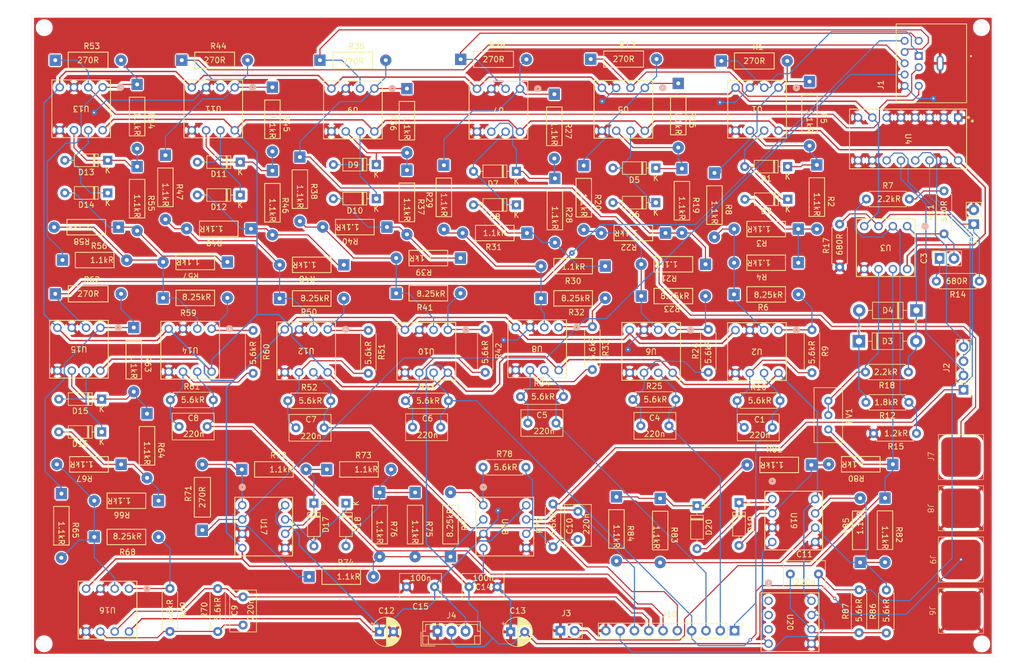
<source format=kicad_pcb>
(kicad_pcb (version 20240108) (generator "pcbnew") (generator_version "8.0")
  (title_block (title "PCB - placa de bioimpedância ") (date "2024-10-27") (rev "Eduardo Esperança") (company "Laboratório de Instrumentação Biomédica"))
  (layers (0 "F.Cu" signal "Front") (1 "In1.Cu" signal) (2 "In2.Cu" signal) (31 "B.Cu" signal "Back") (34 "B.Paste" user) (35 "F.Paste" user) (36 "B.SilkS" user "B.Silkscreen") (37 "F.SilkS" user "F.Silkscreen") (38 "B.Mask" user) (39 "F.Mask" user) (44 "Edge.Cuts" user))
  (net 0 "")
  (net 1 "/Out-ch1")
  (net 2 "Net-(U2-In_B-)")
  (net 3 "GND")
  (net 4 "Net-(U3-In_A+)")
  (net 5 "Net-(D3-A)")
  (net 6 "Net-(C3-Pad1)")
  (net 7 "/Out-ch2")
  (net 8 "Net-(U6-In_B-)")
  (net 9 "/Out-ch3")
  (net 10 "Net-(U8-In_B-)")
  (net 11 "Net-(U10-In_B-)")
  (net 12 "/Out-ch4")
  (net 13 "/Out-ch5")
  (net 14 "Net-(U12-In_B-)")
  (net 15 "Net-(U14-In_B-)")
  (net 16 "/Out-ch6")
  (net 17 "Net-(U16-In_B-)")
  (net 18 "/Out-ch7")
  (net 19 "/Out-ch8")
  (net 20 "Net-(U18-In_B-)")
  (net 21 "Net-(U20-In_B-)")
  (net 22 "/Ret-osc")
  (net 23 "+10V")
  (net 24 "-10V")
  (net 25 "Net-(D1-K)")
  (net 26 "Net-(D1-A)")
  (net 27 "Net-(D2-A)")
  (net 28 "Net-(D3-K)")
  (net 29 "Net-(D5-A)")
  (net 30 "Net-(D5-K)")
  (net 31 "Net-(D6-A)")
  (net 32 "Net-(D7-K)")
  (net 33 "Net-(D7-A)")
  (net 34 "Net-(D8-A)")
  (net 35 "Net-(D9-K)")
  (net 36 "Net-(D10-K)")
  (net 37 "Net-(D10-A)")
  (net 38 "Net-(D11-A)")
  (net 39 "Net-(D11-K)")
  (net 40 "Net-(D12-A)")
  (net 41 "Net-(D13-K)")
  (net 42 "Net-(D13-A)")
  (net 43 "Net-(D14-A)")
  (net 44 "Net-(D15-A)")
  (net 45 "Net-(D15-K)")
  (net 46 "Net-(D16-A)")
  (net 47 "Net-(D17-A)")
  (net 48 "Net-(D17-K)")
  (net 49 "Net-(D18-A)")
  (net 50 "Net-(D19-A)")
  (net 51 "Net-(D19-K)")
  (net 52 "Net-(D20-K)")
  (net 53 "Net-(U1-In_A-)")
  (net 54 "Net-(U13-In_A-)")
  (net 55 "Net-(U15-In_A-)")
  (net 56 "Net-(U11-In_A-)")
  (net 57 "Net-(U17-In_A-)")
  (net 58 "Net-(U7-In_A-)")
  (net 59 "Net-(U5-In_A-)")
  (net 60 "Net-(U9-In_A-)")
  (net 61 "Net-(J2-Pin_4)")
  (net 62 "Net-(J2-Pin_3)")
  (net 63 "/Vout-Osc")
  (net 64 "/ch4-trans")
  (net 65 "Net-(U1-Out_A)")
  (net 66 "Net-(U2-In_A-)")
  (net 67 "Net-(U2-Out_A)")
  (net 68 "Net-(R11-Pad2)")
  (net 69 "Net-(U3-In_A-)")
  (net 70 "Net-(U5-Out_A)")
  (net 71 "Net-(U3-In_B-)")
  (net 72 "Net-(U6-In_A-)")
  (net 73 "Net-(U6-Out_A)")
  (net 74 "Net-(U7-Out_A)")
  (net 75 "Net-(U8-In_A-)")
  (net 76 "Net-(U8-Out_A)")
  (net 77 "Net-(U10-In_A-)")
  (net 78 "Net-(U10-Out_A)")
  (net 79 "Net-(U11-Out_A)")
  (net 80 "Net-(U12-In_A-)")
  (net 81 "Net-(U12-Out_A)")
  (net 82 "Net-(U13-Out_A)")
  (net 83 "Net-(U14-In_A-)")
  (net 84 "Net-(U14-Out_A)")
  (net 85 "Net-(U15-Out_A)")
  (net 86 "Net-(U16-In_A-)")
  (net 87 "Net-(U16-Out_A)")
  (net 88 "Net-(U17-Out_A)")
  (net 89 "Net-(U18-In_A-)")
  (net 90 "Net-(U18-Out_A)")
  (net 91 "Net-(U19-In_B-)")
  (net 92 "Net-(U19-Out_B)")
  (footprint "Capacitor_THT:C_Rect_L7.2mm_W4.5mm_P5.00mm_FKS2_FKP2_MKS2_MKP2" (layer "F.Cu") (at 88.59 107.38)
    (property "Reference" "C8")
    (property "Value" "220n")
  )
  (footprint "estagio-cis:YAG_MF25_YAG" (layer "F.Cu") (at 66.616 83.8)
    (property "Reference" "R62")
    (property "Value" "270R")
  )
  (footprint "estagio-cis:CONN8_1-2199298-2_TEC" (layer "F.Cu") (at 136.3077 90.2 180)
    (property "Reference" "U10")
    (property "Value" "~")
  )
  (footprint "Capacitor_THT:C_Rect_L7.2mm_W4.5mm_P5.00mm_FKS2_FKP2_MKS2_MKP2" (layer "F.Cu") (at 133.9551 135.85 180)
    (property "Reference" "C15")
    (property "Value" "100n")
  )
  (footprint "Connector_PinHeader_2.54mm:PinHeader_1x02_P2.54mm_Vertical" (layer "F.Cu") (at 156.29 143.65 90)
    (property "Reference" "J3")
    (property "Value" "Conn_01x02_Pin")
  )
  (footprint "estagio-cis:RES_TYCO_YR1_TYC" (layer "F.Cu") (at 200.51 46.0977 -90)
    (property "Reference" "R5")
    (property "Value" "1.1kR")
  )
  (footprint "estagio-cis:CONN8_1-2199298-2_TEC" (layer "F.Cu") (at 79.7 136.18 180)
    (property "Reference" "U16")
    (property "Value" "~")
  )
  (footprint "estagio-cis:RES_TYCO_YR1_TYC" (layer "F.Cu") (at 81.14 61.1954 -90)
    (property "Reference" "R55")
    (property "Value" "1.1kR")
  )
  (footprint "estagio-cis:RES_TYCO_YR1_TYC" (layer "F.Cu") (at 117.8423 78.65 180)
    (property "Reference" "R48")
    (property "Value" "1.1kR")
  )
  (footprint "Capacitor_THT:C_Rect_L7.2mm_W4.5mm_P5.00mm_FKS2_FKP2_MKS2_MKP2" (layer "F.Cu") (at 109.34 107.6)
    (property "Reference" "C7")
    (property "Value" "220n")
  )
  (footprint "estagio-cis:RES_TYCO_YR1_TYC" (layer "F.Cu") (at 127.1377 83.7)
    (property "Reference" "R41")
    (property "Value" "8.25kR")
  )
  (footprint "Resistor_THT:R_Axial_DIN0207_L6.3mm_D2.5mm_P7.62mm_Horizontal" (layer "F.Cu") (at 149.2 102.07)
    (property "Reference" "R34")
    (property "Value" "5.6kR")
  )
  (footprint "estagio-cis:CONN8_1-2199298-2_TEC" (layer "F.Cu") (at 123.26 47.3254 180)
    (property "Reference" "U9")
    (property "Value" "~")
  )
  (footprint "Resistor_THT:R_Axial_DIN0207_L6.3mm_D2.5mm_P7.62mm_Horizontal" (layer "F.Cu") (at 200.94 90.2 -90)
    (property "Reference" "R9")
    (property "Value" "5.6kR")
  )
  (footprint "estagio-cis:CONN8_1-2199298-2_TEC" (layer "F.Cu") (at 94.365 90.0099 180)
    (property "Reference" "U14")
    (property "Value" "~")
  )
  (footprint "estagio-cis:CONN8_1-2199298-2_TEC" (layer "F.Cu") (at 142.6047 121.3477 -90)
    (property "Reference" "U18")
    (property "Value" "~")
  )
  (footprint "estagio-cis:RES_TYCO_YR1_TYC" (layer "F.Cu") (at 114.8224 114.9977)
    (property "Reference" "R73")
    (property "Value" "1.1kR")
  )
  (footprint "Connector_JST:JST_EH_B3B-EH-A_1x03_P2.50mm_Vertical" (layer "F.Cu") (at 134.4551 143.75)
    (property "Reference" "J4")
    (property "Value" "Conn_01x03_Pin")
  )
  (footprint "estagio-cis:RES_TYCO_YR1_TYC" (layer "F.Cu") (at 125.4946 71.9454 180)
    (property "Reference" "R40")
    (property "Value" "1.1kR")
  )
  (footprint "estagio-cis:CONN_A 16-LC-TT_ASM" (layer "F.Cu") (at 226.9 52.48 -90)
    (property "Reference" "U4")
    (property "Value" "4053")
  )
  (footprint "estagio-cis:RES_TYCO_YR1_TYC" (layer "F.Cu") (at 160.43 61.0177 -90)
    (property "Reference" "R20")
    (property "Value" "1.1kR")
  )
  (footprint "estagio-cis:bullet" (layer "F.Cu") (at 227.4 112.8)
    (property "Reference" "J7")
    (property "Value" "Conn_01x01_Pin")
  )
  (footprint "estagio-cis:RES_TYCO_YR1_TYC" (layer "F.Cu") (at 135.6 60.9577 -90)
    (property "Reference" "R29")
    (property "Value" "1.1kR")
  )
  (footprint "Resistor_THT:R_Axial_DIN0207_L6.3mm_D2.5mm_P7.62mm_Horizontal" (layer "F.Cu") (at 128.7877 102.8)
    (property "Reference" "R43")
    (property "Value" "5.6kR")
  )
  (footprint "estagio-cis:bullet" (layer "F.Cu") (at 227.4 131)
    (property "Reference" "J9")
    (property "Value" "Conn_01x01_Pin")
  )
  (footprint "Resistor_THT:R_Axial_DIN0207_L6.3mm_D2.5mm_P7.62mm_Horizontal" (layer "F.Cu") (at 210.615 66.955)
    (property "Reference" "R7")
    (property "Value" "2.2kR")
  )
  (footprint "Diode_THT:D_DO-35_SOD27_P7.62mm_Horizontal" (layer "F.Cu") (at 112.5247 120.9877 -90)
    (property "Reference" "D17")
    (property "Value" "1N4448")
  )
  (footprint "estagio-cis:RES_TYCO_YR1_TYC" (layer "F.Cu") (at 67.7 119.2977 -90)
    (property "Reference" "R65")
    (property "Value" "1.1kR")
  )
  (footprint "estagio-cis:CONN8_1-2199298-2_TEC" (layer "F.Cu") (at 74.62 89.83 180)
    (property "Reference" "U15")
    (property "Value" "~")
  )
  (footprint "estagio-cis:RES_TYCO_YR1_TYC" (layer "F.Cu") (at 198.5196 78.2814 180)
    (property "Reference" "R4")
    (property "Value" "1.1kR")
  )
  (footprint "estagio-cis:RES_TYCO_YR1_TYC" (layer "F.Cu") (at 97.1673 78.1376 180)
    (property "Reference" "R57")
    (property "Value" "1.1kR")
  )
  (footprint "estagio-cis:RES_TYCO_YR1_TYC" (layer "F.Cu") (at 170.6377 84.2)
    (property "Reference" "R23")
    (property "Value" "8.25kR")
  )
  (footprint "estagio-cis:RES_TYCO_YR1_TYC" (layer "F.Cu") (at 101.3423 72.25 180)
    (property "Reference" "R49")
    (property "Value" "1.1kR")
  )
  (footprint "Connector_PinSocket_2.54mm:PinSocket_1x02_P2.54mm_Vertical" (layer "F.Cu") (at 229.665 71.42 180)
    (property "Reference" "C2")
    (property "Value" "4.7nC")
  )
  (footprint "estagio-cis:RES_TYCO_YR1_TYC" (layer "F.Cu") (at 155.31 63.2877 -90)
    (property "Reference" "R28")
    (property "Value" "1.1kR")
  )
  (footprint "estagio-cis:RES_TYCO_YR1_TYC" (layer "F.Cu") (at 201.815 60.8977 -90)
    (property "Reference" "R2")
    (property "Value" "1.1kR")
  )
  (footprint "Resistor_THT:R_Axial_DIN0207_L6.3mm_D2.5mm_P7.62mm_Horizontal" (layer "F.Cu") (at 218.145 103.075 180)
    (property "Reference" "R12")
    (property "Value" "1.8kR")
  )
  (footprint "estagio-cis:CONN8_1-2199298-2_TEC" (layer "F.Cu") (at 217.845 71.785 180)
    (property "Reference" "U3")
    (property "Value" "~")
  )
  (footprint "Resistor_THT:R_Axial_DIN0207_L6.3mm_D2.5mm_P7.62mm_Horizontal" (layer "F.Cu") (at 142.5497 114.6227)
    (property "Reference" "R78")
    (property "Value" "5.6kR")
  )
  (footprint "Diode_THT:D_DO-35_SOD27_P7.62mm_Horizontal" (layer "F.Cu") (at 173.2277 61.46 180)
    (property "Reference" "D5")
    (property "Value" "1N4448")
  )
  (footprint "Capacitor_THT:C_Rect_L7.2mm_W4.5mm_P5.00mm_FKS2_FKP2_MKS2_MKP2" (layer "F.Cu") (at 140.0551 135.85)
    (property "Reference" "C14")
    (property "Value" "100n")
  )
  (footprint "Connector_PinSocket_2.54mm:PinSocket_1x02_P2.54mm_Vertical" (layer "F.Cu") (at 223.61 77.505 90)
    (property "Reference" "C3")
    (property "Value" "4.7nC")
  )
  (footprint "estagio-cis:RES_TYCO_YR1_TYC" (layer "F.Cu") (at 106.4377 84.625)
    (property "Reference" "R50")
    (property "Value" "8.25kR")
  )
  (footprint "estagio-cis:RES_TYCO_YR1_TYC" (layer "F.Cu") (at 138.5423 77.45 180)
    (property "Reference" "R39")
    (property "Value" "1.1kR")
  )
  (footprint "Resistor_THT:R_Axial_DIN0207_L6.3mm_D2.5mm_P7.62mm_Horizontal" (layer "F.Cu") (at 161.96 89.64 -90)
    (property "Reference" "R33")
    (property "Value" "5.6kR")
  )
  (footprint "Resistor_THT:R_Axial_DIN0207_L6.3mm_D2.5mm_P7.62mm_Horizontal" (layer "F.Cu") (at 214.15 144.05 90)
    (property "Reference" "R86")
    (property "Value" "5.6kR")
  )
  (footprint "Diode_THT:D_DO-35_SOD27_P7.62mm_Horizontal" (layer "F.Cu") (at 74.85 102.5 180)
    (property "Reference" "D15")
    (property "Value" "1N4448")
  )
  (footprint "Resistor_THT:R_Axial_DIN0207_L6.3mm_D2.5mm_P7.62mm_Horizontal" (layer "F.Cu") (at 209.3 144.01 90)
    (property "Reference" "R87")
    (property "Value" "5.6kR")
  )
  (footprint "estagio-cis:RES_TYCO_YR1_TYC" (layer "F.Cu") (at 99.7224 114.9977)
    (property "Reference" "R72")
    (property "Value" "1.1kR")
  )
  (footprint "Potentiometer_THT:Potentiometer_Bourns_3386C_Horizontal" (layer "F.Cu") (at 203.85 102.81)
    (property "Reference" "RV1")
    (property "Value" "10kR_Potentiometer")
  )
  (footprint "Resistor_THT:R_Axial_DIN0207_L6.3mm_D2.5mm_P7.62mm_Horizontal" (layer "F.Cu") (at 87.04 102.65)
    (property "Reference" "R61")
    (property "Value" "5.6kR")
  )
  (footprint "estagio-cis:RES_TYCO_YR1_TYC" (layer "F.Cu") (at 129.04 61.8431 -90)
    (property "Reference" "R37")
    (property "Value" "1.1kR")
  )
  (footprint "Diode_THT:D_DO-35_SOD27_P7.62mm_Horizontal" (layer "F.Cu") (at 148.4723 68 180)
    (property "Reference" "D8")
    (property "Value" "1N4448")
  )
  (footprint "Diode_THT:D_DO-35_SOD27_P7.62mm_Horizontal" (layer "F.Cu") (at 123.6023 60.8454 180)
    (property "Reference" "D9")
    (property "Value" "1N4448")
  )
  (footprint "estagio-cis:RES_TYCO_YR1_TYC" (layer "F.Cu") (at 77.8173 71.9653 180)
    (property "Reference" "R58")
    (property "Value" "1.1kR")
  )
  (footprint "estagio-cis:RES_TYCO_YR1_TYC" (layer "F.Cu") (at 150.3423 73 180)
    (property "Reference" "R31")
    (property "Value" "1.1kR")
  )
  (footprint "estagio-cis:RES_TYCO_YR1_TYC" (layer "F.Cu") (at 136.7747 130.5 90)
    (property "Reference" "R77")
    (property "Value" "8.25kR")
  )
  (footprint "Capacitor_THT:CP_Radial_D5.0mm_P2.50mm" (layer "F.Cu") (at 147.45 143.85)
    (property "Reference" "C13")
    (property "Value" "1u")
  )
  (footprint "estagio-cis:RES_TYCO_YR1_TYC" (layer "F.Cu") (at 209.5 131.5223 90)
    (property "Reference" "R85")
    (property "Value" "1.1kR")
  )
  (footprint "Resistor_THT:R_Axial_DIN0207_L6.3mm_D2.5mm_P7.62mm_Horizontal" (layer "F.Cu") (at 101.74 90.3 -90)
    (property "Reference" "R60")
    (property "Value" "5.6kR")
  )
  (footprint "estagio-cis:YAG_MF25_YAG" (layer "F.Cu") (at 161.668 42.1)
    (property "Reference" "R13")
    (property "Value" "270R")
  )
  (footprint "estagio-cis:RES_TYCO_YR1_TYC" (layer "F.Cu") (at 80.54 89.7977 -90)
    (property "Reference" "R63")
    (property "Value" "1.1kR")
  )
  (footprint "Diode_THT:D_DO-35_SOD27_P7.62mm_Horizontal" (layer "F.Cu") (at 180.54 121.46 -90)
    (property "Reference" "D20")
    (property "Value" "1N4448")
  )
  (footprint "Diode_THT:D_DO-35_SOD27_P7.62mm_Horizontal" (layer "F.Cu") (at 196.65 67 180)
    (property "Reference" "D2")
    (property "Value" "1N4448")
  )
  (footprint "estagio-cis:RES_TYCO_YR1_TYC" (layer "F.Cu") (at 81.14 46.5977 -90)
    (property "Reference" "R54")
    (property "Value" "1.1kR")
  )
  (footprint "estagio-cis:RES_TYCO_YR1_TYC" (layer "F.Cu") (at 215.3123 114.08 180)
    (property "Reference" "R80")
    (property "Value" "1.1kR")
  )
  (footprint "estagio-cis:CONN8_1-2199298-2_TEC" (layer "F.Cu") (at 193.24 138.33 -90)
    (property "Reference" "U20")
    (property "Value" "~")
  )
  (footprint "estagio-cis:CONN8_1-2199298-2_TEC" (layer "F.Cu") (at 193.9 120.27 -90)
    (property "Reference" "U19")
    (property "Value" "~")
  )
  (footprint "Resistor_THT:R_Axial_DIN0207_L6.3mm_D2.5mm_P7.62mm_Horizontal" (layer "F.Cu") (at 187.66 102.77)
    (property "Reference" "R10")
    (property "Value" "5.6kR")
  )
  (footprint "Diode_THT:D_DO-35_SOD27_P7.62mm_Horizontal" (layer "F.Cu") (at 196.6273 61.2 180)
    (property "Reference" "D1")
    (property "Value" "1N4448")
  )
  (footprint "Resistor_THT:R_Axial_DIN0207_L6.3mm_D2.5mm_P7.62mm_Horizontal" (layer "F.Cu") (at 142.9377 90.14 -90)
    (property "Reference" "R42")
    (property "Value" "5.6kR")
  )
  (footprint "estagio-cis:RES_TYCO_YR1_TYC" (layer "F.Cu") (at 187.115 83.9)
    (property "Reference" "R6")
    (property "Value" "8.25kR")
  )
  (footprint "estagio-cis:RES_TYCO_YR1_TYC" (layer "F.Cu") (at 166.24 119.8754 -90)
    (property "Reference" "R84")
    (property "Value" "1.1kR")
  )
  (footprint "estagio-cis:RES_TYCO_YR1_TYC" (layer "F.Cu") (at 152.84 84.6)
    (property "Reference" "R32")
    (property "Value" "8.25kR")
  )
  (footprint "Resistor_THT:R_Axial_DIN0207_L6.3mm_D2.5mm_P7.62mm_Horizontal" (layer "F.Cu") (at 154.9747 128.7477 90)
    (property "Reference" "R79")
    (property "Value" "5.6kR")
  )
  (footprint "estagio-cis:RES_TYCO_YR1_TYC" (layer "F.Cu") (at 85.7627 84.53)
    (property "Reference" "R59")
    (property "Value" "8.25kR")
  )
  (footprint "estagio-cis:RES_TYCO_YR1_TYC" (layer "F.Cu") (at 67.8977 77.8)
    (property "Reference" "R56")
    (property "Value" "1.1kR")
  )
  (footprint "estagio-cis:YAG_MF25_YAG" (layer "F.Cu") (at 138.578 42.15)
    (property "Reference" "R26")
    (property "Value" "270R")
  )
  (footprint "estagio-cis:RES_TYCO_YR1_TYC" (layer "F.Cu") (at 177.86 61.5577 -90)
    (property "Reference" "R19")
    (property "Value" "1.1kR")
  )
  (footprint "estagio-cis:RES_TYCO_YR1_TYC" (layer "F.Cu") (at 213.91 120.0877 -90)
    (property "Reference" "R82")
    (property "Value" "1.1kR")
  )
  (footprint "estagio-cis:RES_TYCO_YR1_TYC" (layer "F.Cu") (at 86.165 59.175 -90)
    (property "Reference" "R47")
    (property "Value" "1.1kR")
  )
  (footprint "Capacitor_THT:C_Rect_L7.2mm_W4.5mm_P5.00mm_FKS2_FKP2_MKS2_MKP2" (layer "F.Cu") (at 99.95 142.65 90)
    (property "Reference" "C9")
    (property "Value" "220n")
  )
  (footprint "Diode_THT:D_DO-35_SOD27_P7.62mm_Horizontal" (layer "F.Cu") (at 75.925 60.08 180)
    (property "Reference" "D13")
    (property "Value" "1N4448")
  )
  (footprint "Diode_THT:D_DO-35_SOD27_P7.62mm_Horizontal" (layer "F.Cu") (at 99.45 66.25 180)
    (property "Reference" "D12")
    (property "Value" "1N4448")
  )
  (footprint "estagio-cis:RES_TYCO_YR1_TYC" (layer "F.Cu") (at 111.6747 134.0477)
    (property "Reference" "R74")
    (property "Value" "1.1kR")
  )
  (footprint "Diode_THT:D_DO-35_SOD27_P7.62mm_Horizontal" (layer "F.Cu") (at 148.4723 62.04 180)
    (property "Reference" "D7")
    (property "Value" "1N4448")
  )
  (footprint "Diode_THT:D_DO-35_SOD27_P7.62mm_Horizontal" (layer "F.Cu") (at 123.6023 66.8954 180)
    (property "Reference" "D10")
    (property "Value" "1N4448")
  )
  (footprint "estagio-cis:RES_TYCO_YR1_TYC" (layer "F.Cu") (at 105.165 47.0977 -90)
    (property "Reference" "R45")
    (property "Value" "1.1kR")
  )
  (footprint "estagio-cis:CONN8_1-2199298-2_TEC" (layer "F.Cu") (at 149.1 47.38 180)
    (property "Reference" "U7")
    (property "Value" "~")
  )
  (footprint "estagio-cis:CONN8_1-2199298-2_TEC" (layer "F.Cu") (at 114.97 90.1249 180)
    (property "Reference" "U12")
    (property "Value" "~")
  )
  (footprint "Capacitor_THT:CP_Radial_D5.0mm_P2.50mm" (layer "F.Cu") (at 124.1551 143.85)
    (property "Reference" "C12")
    (property "Value" "1u")
  )
  (footprint "Diode_THT:D_DO-35_SOD27_P7.62mm_Horizontal" (layer "F.Cu") (at 187.995 120.89 -90)
    (property "Reference" "D19")
    (property "Value" "1N4448")
  )
  (footprint "estagio-cis:RES_TYCO_YR1_TYC" (layer "F.Cu") (at 177.21 46.4177 -90)
    (property "Reference" "R16")
    (property "Value" "1.1kR")
  )
  (footprint "estagio-cis:RES_TYCO_YR1_TYC" (layer "F.Cu") (at 129.04 47.3431 -90)
    (property "Reference" "R36")
    (property "Value" "1.1kR")
  )
  (footprint "Resistor_THT:R_Axial_DIN0207_L6.3mm_D2.5mm_P7.62mm_Horizontal" (layer "F.Cu") (at 122.19 90.3 -90)
    (property "Reference" "R51")
    (property "Value" "5.6kR")
  )
  (footprint "estagio-cis:YAG_MF25_YAG" (layer "F.Cu") (at 66.598 42.3)
    (property "Reference" "R53")
    (property "Value" "270R")
  )
  (footprint "estagio-cis:YAG_MF25_YAG" (layer "F.Cu") (at 113.598 42.3)
    (property "Reference" "R35")
    (property "Value" "270R")
  )
  (footprint "estagio-cis:CONN8_1-2199298-2_TEC" (layer "F.Cu") (at 155.97 89.74 180)
    (property "Reference" "U8")
    (property "Value" "~")
  )
  (footprint "Diode_THT:D_DO-35_SOD27_P7.62mm_Horizontal" (layer "F.Cu") (at 99.45 60.4 180)
    (property "Reference" "D11")
    (property "Value" "1N4448")
  )
  (footprint "Capacitor_THT:C_Rect_L7.2mm_W4.5mm_P5.00mm_FKS2_FKP2_MKS2_MKP2" (layer "F.Cu") (at 130.04 107.5)
    (property "Reference" "C6")
    (property "Value" "220n")
  )
  (footprint "Diode_THT:D_DO-35_SOD27_P7.62mm_Horizontal" (layer "F.Cu") (at 75.925 65.8727 180)
    (property "Reference" "D14")
    (property "Value" "1N4448")
  )
  (footprint "Capacitor_THT:C_Rect_L7.2mm_W4.5mm_P5.00mm_FKS2_FKP2_MKS2_MKP2" (layer "F.Cu") (at 197.1 133.58)
    (property "Reference" "C11")
    (property "Value" "220n")
  )
  (footprint "Resistor_THT:R_Axial_DIN0207_L6.3mm_D2.5mm_P7.62mm_Horizontal" (layer "F.Cu") (at 224.385 73.15 90)
    (property "Reference" "R11")
    (property "Value" "560R")
  )
  (footprint "estagio-cis:bullet" (layer "F.Cu") (at 227.4 121.9)
    (property "Reference" "J8")
    (property "Value" "Conn_01x01_Pin")
  )
  (footprint "Resistor_THT:R_Axial_DIN0207_L6.3mm_D2.5mm_P7.62mm_Horizontal" (layer "F.Cu") (at 205.855 79.04 90)
    (property "Reference" "R17")
    (property "Value" "680R")
  )
  (footprint "Capacitor_THT:C_Rect_L7.2mm_W4.5mm_P5.00mm_FKS2_FKP2_MKS2_MKP2" (layer "F.Cu") (at 170.56 107.25)
    (property "Reference" "C4")
    (property "Value" "220n")
  )
  (footprint "estagio-cis:RES_TYCO_YR1_TYC" (layer "F.Cu") (at 182.0423 78.55 180)
    (property "Reference" "R21")
    (property "Value" "1.1kR")
  )
  (footprint "estagio-cis:YAG_MF25_YAG" (layer "F.Cu") (at 89.065 42.3)
    (property "Reference" "R44")
    (property "Value" "270R")
  )
  (footprint "Diode_THT:D_DO-41_SOD81_P10.16mm_Horizontal" (layer "F.Cu") (at 209.28 92.225)
    (property "Reference" "D3")
    (property "Value" "1N4007")
  )
  (footprint "Resistor_THT:R_Axial_DIN0207_L6.3mm_D2.5mm_P7.62mm_Horizontal" (layer "F.Cu") (at 182.54 90.13 -90)
    (property "Reference" "R24")
    (property "Value" "5.6kR")
  )
  (footprint "estagio-cis:RES_TYCO_YR1_TYC" (layer "F.Cu") (at 82.9 105.0977 -90)
    (property "Reference" "R64")
    (property "Value" "1.1kR")
  )
  (footprint "Resistor_THT:R_Axial_DIN0207_L6.3mm_D2.5mm_P7.62mm_Horizontal" (layer "F.Cu") (at 95.45 143.8 90)
    (property "Reference" "R70")
    (property "Value" "5.6kR")
  )
  (footprint "estagio-cis:CONN8_1-2199298-2_TEC" (layer "F.Cu") (at 98.47 47.13 180)
    (property "Reference" "U11")
    (property "Value" "~")
  )
  (footprint "estagio-cis:RES_TYCO_YR1_TYC" (layer "F.Cu") (at 73.54 127)
    (property "Reference" "R68")
    (property "Value" "8.25kR")
  )
  (footprint "estagio-cis:RES_TYCO_YR1_TYC" (layer "F.Cu") (at 164.2446 78.8876 180)
    (property "Reference" "R30")
    (property "Value" "1.1kR")
  )
  (footprint "estagio-cis:YAG_MF25_YAG" (layer "F.Cu") (at 184.868 42.43)
    (property "Reference" "R1")
    (property "Value" "270R")
  )
  (footprint "estagio-cis:RES_TYCO_YR1_TYC" (layer "F.Cu") (at 174.9423 73 180)
    (property "Reference" "R22")
    (property "Value" "1.1kR")
  )
  (footprint "Diode_THT:D_DO-41_SOD81_P10.16mm_Horizontal" (layer "F.Cu") (at 219.495 86.75 180)
    (property "Reference" "D4")
    (property "Value" "1N4007")
  )
  (footprint "estagio-cis:RES_TYCO_YR1_TYC" (layer "F.Cu") (at 84.9446 120.5626 180)
    (property "Reference" "R66")
    (property "Value" "1.1kR")
  )
  (footprint "Capacitor_THT:C_Rect_L7.2mm_W4.5mm_P5.00mm_FKS2_FKP2_MKS2_MKP2" (layer "F.Cu") (at 159.3997 127.4477 90)
    (property "Reference" "C10")
    (property "Value" "220n")
  )
  (footprint "Resistor_THT:R_Axial_DIN0207_L6.3mm_D2.5mm_P7.62mm_Horizontal" (layer "F.Cu") (at 169.14 102.57)
    (property "Reference" "R25")
    (property "Value" "5.6kR")
  )
  (footprint "Resistor_THT:R_Axial_DIN0207_L6.3mm_D2.5mm_P7.62mm_Horizontal" (layer "F.Cu") (at 86.97 136.16 -90)
    (property "Reference" "R69")
    (property "Value" "5.6kR")
  )
  (footprint "estagio-cis:CONN8_1-2199298-2_TEC" (layer "F.Cu") (at 195.01 47.175 180)
    (property "Reference" "U1")
    (property "Value" "~")
  )
  (footprint "estagio-cis:YAG_MF25_YAG" (layer "F.Cu") (at 92.7248 125.7897 90)
    (property "Reference" "R71")
    (property "Value" "270R")
  )
  (footprint "estagio-cis:CONN8_1-2199298-2_TEC" (layer "F.Cu") (at 99.8047 121.3477 -90)
    (property "Reference" "U17")
    (property "Value" "~")
  )
  (footprint "estagio-cis:RES_TYCO_YR1_TYC" (layer "F.Cu") (at 105.165 61.9227 -90)
    (property "Reference" "R46")
    (property "Value" "1.1kR")
  )
  (footprint "Diode_THT:D_DO-35_SOD27_P7.62mm_Horizontal" (layer "F.Cu") (at 173.2277 67.6 180)
    (property "Reference" "D6")
    (property "Value" "1N4448")
  )
  (footprint "Connector_PinHeader_2.54mm:PinHeader_1x10_P2.54mm_Vertical" (layer "F.Cu") (at 187.21 143.65 -90)
    (property "Reference" "J10")
    (property "Value" "Conn_01x10_Pin")
  )
  (footprint "Resistor_THT:R_Axial_DIN0207_L6.3mm_D2.5mm_P7.62mm_Horizontal" (layer "F.Cu") (at 230.65 81.555 180)
    (property "Reference" "R14")
    (property "Value" "680R")
  )
  (footprint "Connector_PinHeader_2.54mm:PinHeader_1x04_P2.54mm_Vertical" (layer "F.Cu") (at 227.85 100.85 180)
    (property "Reference" "J2")
    (property "Value" "Conn_01x04_Pin")
  )
  (footprint "Diode_THT:D_DO-35_SOD27_P7.62mm_Horizontal" (layer "F.Cu") (at 74.85 108.3377 180)
    (property "Reference" "D16")
    (property "Value" "1N4448")
  )
  (footprint "estagio-cis:bullet" (layer "F.Cu") (at 227.4 140.1 -90)
    (property "Reference" "J6")
    (property "Value" "Conn_01x01_Pin")
  )
  (footprint "estagio-cis:RES_TYCO_YR1_TYC" (layer "F.Cu") (at 198.5196 72.2878 180)
    (property "Reference" "R3")
    (property "Value" "1.1kR")
  )
  (footprint "estagio-cis:RES_TYCO_YR1_TYC" (layer "F.Cu") (at 124.2 119.0954 -90)
    (property "Reference" "R76")
    (property "Value" "1.1kR")
  )
  (footprint "estagio-cis:RES_TYCO_YR1_TYC" (layer "F.Cu") (at 200.8323 114.2 180)
    (property "Reference" "R81")
    (property "Value" "1.1kR")
  )
  (footprint "Capacitor_THT:C_Rect_L7.2mm_W4.5mm_P5.00mm_FKS2_FKP2_MKS2_MKP2" (layer "F.Cu") (at 150.51 106.76)
    (property "Reference" "C5")
    (property "Value" "220n")
  )
  (footprint "estagio-cis:RES_TYCO_YR1_TYC" (layer "F.Cu") (at 173.9946 120.1477 -90)
    (property "Reference" "R83")
    (property "Value" "1.1kR")
  )
  (footprint "estagio-cis:CUI_MD-90S" (layer "F.Cu") (at 223.7 42.85 90)
    (property "Reference" "J1")
    (property "Value" "MD-90S")
  )
  (footprint "Resistor_THT:R_Axial_DIN0207_L6.3mm_D2.5mm_P7.62mm_Horizontal" (layer "F.Cu") (at 211.88 108.6)
    (property "Reference" "R15")
    (property "Value" "1.2kR")
  )
  (footprint "estagio-cis:CONN8_1-2199298-2_TEC" (layer "F.Cu") (at 75.015 47.11 180)
    (property "Reference" "U13")
    (property "Value" "~")
  )
  (footprint "estagio-cis:CONN8_1-2199298-2_TEC" (layer "F.Cu") (at 194.9849 90.2501 180)
    (property "Reference" "U2")
    (property "Value" "~")
  )
  (footprint "Capacitor_THT:C_Rect_L7.2mm_W4.5mm_P5.00mm_FKS2_FKP2_MKS2_MKP2" (layer "F.Cu") (at 188.91 107.545)
    (property "Reference" "C1")
    (property "Value" "220n")
  )
  (footprint "estagio-cis:RES_TYCO_YR1_TYC" (layer "F.Cu") (at 110.04 59.4954 -90)
    (property "Reference" "R38")
    (property "Value" "1.1kR")
  )
  (footprint "estagio-cis:RES_TYCO_YR1_TYC" (layer "F.Cu") (at 183.64 62.3227 -90)
    (property "Reference" "R8")
    (property "Value" "1.1kR")
  )
  (footprint "estagio-cis:CONN8_1-2199298-2_TEC" (layer "F.Cu") (at 176.2051 90.2099 180)
    (property "Reference" "U6")
    (property "Value" "~")
  )
  (footprint "estagio-cis:RES_TYCO_YR1_TYC" (layer "F.Cu") (at 130.4874 119.0954 -90)
    (property "Reference" "R75")
    (property "Value" "1.1kR")
  )
  (footprint "Resistor_THT:R_Axial_DIN0207_L6.3mm_D2.5mm_P7.62mm_Horizontal" (layer "F.Cu") (at 107.89 102.8)
    (property "Reference" "R52")
    (property "Value" "5.6kR")
  )
  (footprint "estagio-cis:RES_TYCO_YR1_TYC" (layer "F.Cu") (at 155.21 48.3377 -90)
    (property "Reference" "R27")
    (property "Value" "1.1kR")
  )
  (footprint "Resistor_THT:R_Axial_DIN0207_L6.3mm_D2.5mm_P7.62mm_Horizontal" (layer "F.Cu") (at 218.06 97.7 180)
    (property "Reference" "R18")
    (property "Value" "2.2kR")
  )
  (footprint "estagio-cis:RES_TYCO_YR1_TYC" (layer "F.Cu") (at 78.3 114.1 180)
    (property "Reference" "R67")
    (property "Value" "1.1kR")
  )
  (footprint "estagio-cis:CONN8_1-2199298-2_TEC" (layer "F.Cu") (at 171.2777 47.21 180)
    (property "Reference" "U5")
    (property "Value" "~")
  )
  (footprint "Diode_THT:D_DO-35_SOD27_P7.62mm_Horizontal" (layer "F.Cu") (at 118.2125 120.9877 -90)
    (property "Reference" "D18")
    (property "Value" "1N4448")
  )
  (gr_rect (start 62.35 34.25) (end 233.35 148.25) (stroke (width 0.0381)) (fill none) (layer "Edge.Cuts"))
  (gr_circle (center 64.625971 145.975) (end 65.225971 146.775) (stroke (width 0.0381)) (fill none) (layer "Edge.Cuts"))
  (gr_circle (center 231.1 146) (end 231.7 146.8) (stroke (width 0.0381)) (fill none) (layer "Edge.Cuts"))
  (gr_circle (center 231.025971 36.5) (end 231.625971 37.3) (stroke (width 0.0381)) (fill none) (layer "Edge.Cuts"))
  (gr_circle (center 64.65 36.50735) (end 65.25 37.30735) (stroke (width 0.0381)) (fill none) (layer "Edge.Cuts"))
  (segment (start 193.91 105.2449) (end 193.91 107.545) (width 0.2) (layer "B.Cu") (net 1))
  (segment (start 187.21 142.4951) (end 190.9705 138.7346) (width 0.2) (layer "B.Cu") (net 1))
  (segment (start 190.9705 110.4845) (end 193.91 107.545) (width 0.2) (layer "B.Cu") (net 1))
  (segment (start 192.4449 97.8701) (end 192.4449 98.83) (width 0.2) (layer "B.Cu") (net 1))
  (segment (start 195.28 102.77) (end 195.28 101.6651) (width 0.2) (layer "B.Cu") (net 1))
  (segment (start 190.9705 138.7346) (end 190.9705 110.4845) (width 0.2) (layer "B.Cu") (net 1))
  (segment (start 187.21 143.65) (end 187.21 142.4951) (width 0.2) (layer "B.Cu") (net 1))
  (segment (start 192.4449 98.83) (end 195.28 101.6651) (width 0.2) (layer "B.Cu") (net 1))
  (segment (start 195.28 103.8749) (end 193.91 105.2449) (width 0.2) (layer "B.Cu") (net 1))
  (segment (start 195.28 102.77) (end 195.28 103.8749) (width 0.2) (layer "B.Cu") (net 1))
  (segment (start 198.52 97.82) (end 196.3 95.6) (width 0.2) (layer "F.Cu") (net 2))
  (segment (start 196.3 95.6) (end 192.175 95.6) (width 0.2) (layer "F.Cu") (net 2))
  (segment (start 200.94 97.82) (end 198.52 97.82) (width 0.2) (layer "F.Cu") (net 2))
  (segment (start 192.175 95.6) (end 189.9049 97.8701) (width 0.2) (layer "F.Cu") (net 2))
  (segment (start 187.66 102.77) (end 187.66 106.295) (width 0.2) (layer "B.Cu") (net 2))
  (segment (start 189.9049 100.5251) (end 187.66 102.77) (width 0.2) (layer "B.Cu") (net 2))
  (segment (start 189.9049 97.8701) (end 189.9049 100.5251) (width 0.2) (layer "B.Cu") (net 2))
  (segment (start 187.66 106.295) (end 188.91 107.545) (width 0.2) (layer "B.Cu") (net 2))
  (via (at 222.5 49.1) (size 1) (drill 0.3) (layers "F.Cu" "B.Cu") (net 3))
  (via (at 168.3 93.7) (size 1) (drill 0.3) (layers "F.Cu" "B.Cu") (net 3))
  (via (at 145.2 122.3) (size 1) (drill 0.3) (layers "F.Cu" "B.Cu") (net 3))
  (via (at 163.7 49.6) (size 1) (drill 0.3) (layers "F.Cu" "B.Cu") (net 3))
  (via (at 146.2 92) (size 1) (drill 0.3) (layers "F.Cu" "B.Cu") (net 3))
  (via (at 73.5 51.6) (size 1) (drill 0.3) (layers "F.Cu" "B.Cu") (net 3))
  (via (at 184.6 49.8) (size 1) (drill 0.3) (layers "F.Cu" "B.Cu") (net 3))
  (segment (start 147.45 138.2449) (end 145.0551 135.85) (width 0.25) (layer "B.Cu") (net 3))
  (segment (start 147.45 143.85) (end 147.45 138.2449) (width 0.25) (layer "B.Cu") (net 3))
  (segment (start 142.6047 126.4277) (end 145.2 123.8324) (width 0.25) (layer "B.Cu") (net 3))
  (segment (start 168.3 93.035) (end 168.3 93.7) (width 0.2) (layer "B.Cu") (net 3))
  (segment (start 187.305 49.8) (end 184.6 49.8) (width 0.2) (layer "B.Cu") (net 3))
  (segment (start 150.89 89.74) (end 148.63 92) (width 0.2) (layer "B.Cu") (net 3))
  (segment (start 171.1251 90.2099) (end 168.3 93.035) (width 0.2) (layer "B.Cu") (net 3))
  (segment (start 166.1977 47.21) (end 163.8077 49.6) (width 0.2) (layer "B.Cu") (net 3))
  (segment (start 189.93 47.175) (end 187.305 49.8) (width 0.2) (layer "B.Cu") (net 3))
  (segment (start 145.2 123.8324) (end 145.2 122.3) (width 0.25) (layer "B.Cu") (net 3))
  (segment (start 93.39 47.13) (end 91.12 49.4) (width 0.2) (layer "B.Cu") (net 3))
  (segment (start 217.4 46.85) (end 219.65 49.1) (width 0.2) (layer "B.Cu") (net 3))
  (segment (start 163.8077 49.6) (end 163.7 49.6) (width 0.2) (layer "B.Cu") (net 3))
  (segment (start 91.12 49.4) (end 82 49.4) (width 0.2) (layer "B.Cu") (net 3))
  (segment (start 148.63 92) (end 146.2 92) (width 0.2) (layer "B.Cu") (net 3))
  (segment (start 75.7 49.4) (end 73.5 51.6) (width 0.2) (layer "B.Cu") (net 3))
  (segment (start 82 49.4) (end 75.7 49.4) (width 0.2) (layer "B.Cu") (net 3))
  (segment (start 219.65 49.1) (end 222.5 49.1) (width 0.2) (layer "B.Cu") (net 3))
  (segment (start 225.7 69.7) (end 214.85 69.7) (width 0.2) (layer "F.Cu") (net 4))
  (segment (start 210.58 69.6) (end 212.765 71.785) (width 0.2) (layer "F.Cu") (net 4))
  (segment (start 229.665 71.42) (end 227.42 71.42) (width 0.2) (layer "F.Cu") (net 4))
  (segment (start 205.855 71.42) (end 207.675 69.6) (width 0.2) (layer "F.Cu") (net 4))
  (segment (start 214.85 69.7) (end 212.765 71.785) (width 0.2) (layer "F.Cu") (net 4))
  (segment (start 207.675 69.6) (end 210.58 69.6) (width 0.2) (layer "F.Cu") (net 4))
  (segment (start 227.42 71.42) (end 225.7 69.7) (width 0.2) (layer "F.Cu") (net 4))
  (segment (start 230.65 73.85) (end 229.665 72.865) (width 0.2) (layer "B.Cu") (net 4))
  (segment (start 229.665 72.865) (end 229.665 71.42) (width 0.2) (layer "B.Cu") (net 4))
  (segment (start 230.65 81.555) (end 230.65 73.85) (width 0.2) (layer "B.Cu") (net 4))
  (segment (start 224.385 73.15) (end 219.21 73.15) (width 0.2) (layer "F.Cu") (net 5))
  (segment (start 219.21 73.15) (end 217.845 71.785) (width 0.2) (layer "F.Cu") (net 5))
  (segment (start 218.06 95.0099) (end 218.06 97.7) (width 0.2) (layer "B.Cu") (net 5))
  (segment (start 219.495 73.435) (end 217.845 71.785) (width 0.2) (layer "B.Cu") (net 5))
  (segment (start 219.44 92.225) (end 219.44 93.6299) (width 0.2) (layer "B.Cu") (net 5))
  (segment (start 219.44 88.2099) (end 219.44 92.225) (width 0.2) (layer "B.Cu") (net 5))
  (segment (start 219.495 86.75) (end 219.495 73.435) (width 0.2) (layer "B.Cu") (net 5))
  (segment (start 219.495 87.4524) (end 219.495 86.75) (width 0.2) (layer "B.Cu") (net 5))
  (segment (start 219.495 88.1549) (end 219.44 88.2099) (width 0.2) (layer "B.Cu") (net 5))
  (segment (start 226.15 74.915) (end 226.15 77.505) (width 0.2) (layer "B.Cu") (net 5))
  (segment (start 219.44 93.6299) (end 218.06 95.0099) (width 0.2) (layer "B.Cu") (net 5))
  (segment (start 224.385 73.15) (end 226.15 74.915) (width 0.2) (layer "B.Cu") (net 5))
  (segment (start 219.495 87.4524) (end 219.495 88.1549) (width 0.2) (layer "B.Cu") (net 5))
  (segment (start 223.03 81.555) (end 223.03 80.4501) (width 0.2) (layer "B.Cu") (net 6))
  (segment (start 223.61 79.8701) (end 223.03 80.4501) (width 0.2) (layer "B.Cu") (net 6))
  (segment (start 223.61 77.505) (end 223.61 79.8701) (width 0.2) (layer "B.Cu") (net 6))
  (segment (start 184.67 143.65) (end 184.67 116.36) (width 0.2) (layer "B.Cu") (net 7))
  (segment (start 176.76 102.57) (end 176.76 103.6749) (width 0.2) (layer "B.Cu") (net 7))
  (segment (start 176.76 100.9248) (end 176.76 102.57) (width 0.2) (layer "B.Cu") (net 7))
  (segment (start 173.6651 97.8299) (end 176.76 100.9248) (width 0.2) (layer "B.Cu") (net 7))
  (segment (start 184.67 116.36) (end 175.56 107.25) (width 0.2) (layer "B.Cu") (net 7))
  (segment (start 176.76 103.6749) (end 175.56 104.8749) (width 0.2) (layer "B.Cu") (net 7))
  (segment (start 175.56 104.8749) (end 175.56 107.25) (width 0.2) (layer "B.Cu") (net 7))
  (segment (start 171.1251 100.5849) (end 169.14 102.57) (width 0.2) (layer "B.Cu") (net 8))
  (segment (start 171.1251 97.8299) (end 171.1251 100.5849) (width 0.2) (layer "B.Cu") (net 8))
  (segment (start 173.155 95.8) (end 171.1251 97.8299) (width 0.2) (layer "B.Cu") (net 8))
  (segment (start 169.14 102.57) (end 170.56 103.99) (width 0.2) (layer "B.Cu") (net 8))
  (segment (start 180.25 97.75) (end 178.3 95.8) (width 0.2) (layer "B.Cu") (net 8))
  (segment (start 182.54 97.75) (end 180.25 97.75) (width 0.2) (layer "B.Cu") (net 8))
  (segment (start 170.56 103.99) (end 170.56 107.25) (width 0.2) (layer "B.Cu") (net 8))
  (segment (start 178.3 95.8) (end 173.155 95.8) (width 0.2) (layer "B.Cu") (net 8))
  (segment (start 155.51 102.8275) (end 155.51 106.76) (width 0.2) (layer "B.Cu") (net 9))
  (segment (start 156.82 101.5175) (end 155.51 102.8275) (width 0.2) (layer "B.Cu") (net 9))
  (segment (start 156.82 102.07) (end 156.82 101.5175) (width 0.2) (layer "B.Cu") (net 9))
  (segment (start 156.82 100.9651) (end 153.43 97.5751) (width 0.2) (layer "B.Cu") (net 9))
  (segment (start 153.43 97.5751) (end 153.43 97.36) (width 0.2) (layer "B.Cu") (net 9))
  (segment (start 182.13 133.38) (end 182.13 143.65) (width 0.2) (layer "B.Cu") (net 9))
  (segment (start 155.51 106.76) (end 182.13 133.38) (width 0.2) (layer "B.Cu") (net 9))
  (segment (start 156.82 101.5175) (end 156.82 100.9651) (width 0.2) (layer "B.Cu") (net 9))
  (segment (start 161.96 97.26) (end 160.8551 97.26) (width 0.2) (layer "F.Cu") (net 10))
  (segment (start 158.7151 99.4) (end 152.93 99.4) (width 0.2) (layer "F.Cu") (net 10))
  (segment (start 152.93 99.4) (end 150.89 97.36) (width 0.2) (layer "F.Cu") (net 10))
  (segment (start 160.8551 97.26) (end 158.7151 99.4) (width 0.2) (layer "F.Cu") (net 10))
  (segment (start 150.89 100.38) (end 149.2 102.07) (width 0.2) (layer "B.Cu") (net 10))
  (segment (start 150.51 103.38) (end 150.51 106.76) (width 0.2) (layer "B.Cu") (net 10))
  (segment (start 150.89 97.36) (end 150.89 100.38) (width 0.2) (layer "B.Cu") (net 10))
  (segment (start 149.2 102.07) (end 150.51 103.38) (width 0.2) (layer "B.Cu") (net 10))
  (segment (start 140.66 97.76) (end 138.1 95.2) (width 0.2) (layer "F.Cu") (net 11))
  (segment (start 138.1 95.2) (end 133.8477 95.2) (width 0.2) (layer "F.Cu") (net 11))
  (segment (start 133.8477 95.2) (end 131.2277 97.82) (width 0.2) (layer "F.Cu") (net 11))
  (segment (start 142.9377 97.76) (end 140.66 97.76) (width 0.2) (layer "F.Cu") (net 11))
  (segment (start 130.04 104.0523) (end 130.04 107.5) (width 0.2) (layer "B.Cu") (net 11))
  (segment (start 131.2277 100.36) (end 128.7877 102.8) (width 0.2) (layer "B.Cu") (net 11))
  (segment (start 131.2277 97.82) (end 131.2277 100.36) (width 0.2) (layer "B.Cu") (net 11))
  (segment (start 128.7877 102.8) (end 130.04 104.0523) (width 0.2) (layer "B.Cu") (net 11))
  (segment (start 204.978 137.922) (end 202.692 135.636) (width 0.2) (layer "F.Cu") (net 12))
  (segment (start 191.008 144.272) (end 189.992 145.288) (width 0.2) (layer "F.Cu") (net 12))
  (segment (start 191.008 136.652) (end 191.008 144.272) (width 0.2) (layer "F.Cu") (net 12))
  (segment (start 202.692 135.636) (end 192.024 135.636) (width 0.2) (layer "F.Cu") (net 12))
  (segment (start 192.024 135.636) (end 191.008 136.652) (width 0.2) (layer "F.Cu") (net 12))
  (via (at 227.4 131) (size 0.6) (drill 0.3) (layers "F.Cu" "B.Cu") (net 12))
  (via (at 189.992 145.288) (size 0.6) (drill 0.3) (layers "F.Cu" "B.Cu") (net 12))
  (via (at 204.978 137.922) (size 0.6) (drill 0.3) (layers "F.Cu" "B.Cu") (net 12))
  (segment (start 217.684 140.716) (end 227.4 131) (width 0.2) (layer "B.Cu") (net 12))
  (segment (start 180.848 146.304) (end 179.59 145.046) (width 0.2) (layer "B.Cu") (net 12))
  (segment (start 135.04 105.2726) (end 135.04 107.5) (width 0.2) (layer "B.Cu") (net 12))
  (segment (start 141.3684 102.8) (end 136.4077 102.8) (width 0.2) (layer "B.Cu") (net 12))
  (segment (start 188.976 146.304) (end 180.848 146.304) (width 0.2) (layer "B.Cu") (net 12))
  (segment (start 133.7677 99.0551) (end 136.4077 101.6951) (width 0.2) (layer "B.Cu") (net 12))
  (segment (start 179.59 143.65) (end 179.59 142.4951) (width 0.2) (layer "B.Cu") (net 12))
  (segment (start 136.4077 102.8) (end 136.4077 101.6951) (width 0.2) (layer "B.Cu") (net 12))
  (segment (start 136.4077 103.9049) (end 135.04 105.2726) (width 0.2) (layer "B.Cu") (net 12))
  (segment (start 189.992 145.288) (end 188.976 146.304) (width 0.2) (layer "B.Cu") (net 12))
  (segment (start 179.59 145.046) (end 179.59 143.65) (width 0.2) (layer "B.Cu") (net 12))
  (segment (start 179.59 142.4951) (end 179.5899 142.4951) (width 0.2) (layer "B.Cu") (net 12))
  (segment (start 204.978 137.922) (end 207.772 140.716) (width 0.2) (layer "B.Cu") (net 12))
  (segment (start 133.7677 97.82) (end 133.7677 99.0551) (width 0.2) (layer "B.Cu") (net 12))
  (segment (start 136.4077 102.8) (end 136.4077 103.9049) (width 0.2) (layer "B.Cu") (net 12))
  (segment (start 179.5899 142.4951) (end 179.5899 141.0215) (width 0.2) (layer "B.Cu") (net 12))
  (segment (start 207.772 140.716) (end 217.684 140.716) (width 0.2) (layer "B.Cu") (net 12))
  (segment (start 179.5899 141.0215) (end 141.3684 102.8) (width 0.2) (layer "B.Cu") (net 12))
  (segment (start 174.7 136.7) (end 169 136.7) (width 0.2) (layer "F.Cu") (net 13))
  (segment (start 140.3469 125.3688) (end 122.5781 107.6) (width 0.2) (layer "F.Cu") (net 13))
  (segment (start 161.0004 132.319) (end 154.0502 125.3688) (width 0.2) (layer "F.Cu") (net 13))
  (segment (start 122.5781 107.6) (end 114.34 107.6) (width 0.2) (layer "F.Cu") (net 13))
  (segment (start 177.05 139.05) (end 174.7 136.7) (width 0.2) (layer "F.Cu") (net 13))
  (segment (start 164.619 132.319) (end 161.0004 132.319) (width 0.2) (layer "F.Cu") (net 13))
  (segment (start 154.0502 125.3688) (end 140.3469 125.3688) (width 0.2) (layer "F.Cu") (net 13))
  (segment (start 177.05 143.65) (end 177.05 139.05) (width 0.2) (layer "F.Cu") (net 13))
  (segment (start 169 136.7) (end 164.619 132.319) (width 0.2) (layer "F.Cu") (net 13))
  (segment (start 115.51 103.9049) (end 114.34 105.0749) (width 0.2) (layer "B.Cu") (net 13))
  (segment (start 115.51 100.8249) (end 115.51 102.8) (width 0.2) (layer "B.Cu") (net 13))
  (segment (start 112.43 97.7449) (end 115.51 100.8249) (width 0.2) (layer "B.Cu") (net 13))
  (segment (start 114.34 105.0749) (end 114.34 107.6) (width 0.2) (layer "B.Cu") (net 13))
  (segment (start 115.51 102.8) (end 115.51 103.9049) (width 0.2) (layer "B.Cu") (net 13))
  (segment (start 119.62 97.92) (end 117.4 95.7) (width 0.2) (layer "F.Cu") (net 14))
  (segment (start 117.4 95.7) (end 111.9349 95.7) (width 0.2) (layer "F.Cu") (net 14))
  (segment (start 122.19 97.92) (end 119.62 97.92) (width 0.2) (layer "F.Cu") (net 14))
  (segment (start 111.9349 95.7) (end 109.89 97.7449) (width 0.2) (layer "F.Cu") (net 14))
  (segment (start 107.89 102.8) (end 107.89 106.15) (width 0.2) (layer "B.Cu") (net 14))
  (segment (start 109.89 97.7449) (end 109.89 100.8) (width 0.2) (layer "B.Cu") (net 14))
  (segment (start 107.89 106.15) (end 109.34 107.6) (width 0.2) (layer "B.Cu") (net 14))
  (segment (start 109.89 100.8) (end 107.89 102.8) (width 0.2) (layer "B.Cu") (net 14))
  (segment (start 91.1551 99.5) (end 89.285 97.6299) (width 0.2) (layer "F.Cu") (net 15))
  (segment (start 99.0551 99.5) (end 91.1551 99.5) (width 0.2) (layer "F.Cu") (net 15))
  (segment (start 100.6351 97.92) (end 99.0551 99.5) (width 0.2) (layer "F.Cu") (net 15))
  (segment (start 101.74 97.92) (end 100.6351 97.92) (width 0.2) (layer "F.Cu") (net 15))
  (segment (start 89.285 100.405) (end 87.04 102.65) (width 0.2) (layer "B.Cu") (net 15))
  (segment (start 89.285 97.6299) (end 89.285 100.405) (width 0.2) (layer "B.Cu") (net 15))
  (segment (start 87.04 102.65) (end 87.04 105.83) (width 0.2) (layer "B.Cu") (net 15))
  (segment (start 87.04 105.83) (end 88.59 107.38) (width 0.2) (layer "B.Cu") (net 15))
  (segment (start 123.6989 129.4593) (end 139.7217 129.4593) (width 0.2) (layer "F.Cu") (net 16))
  (segment (start 139.7217 129.4593) (end 143.8624 133.6) (width 0.2) (layer "F.Cu") (net 16))
  (segment (start 101.6196 107.38) (end 123.6989 129.4593) (width 0.2) (layer "F.Cu") (net 16))
  (segment (start 143.8624 133.6) (end 164.7 133.6) (width 0.2) (layer "F.Cu") (net 16))
  (segment (start 172.5 138.9) (end 174.51 140.91) (width 0.2) (layer "F.Cu") (net 16))
  (segment (start 164.7 133.6) (end 170 138.9) (width 0.2) (layer "F.Cu") (net 16))
  (segment (start 174.51 140.91) (end 174.51 143.65) (width 0.2) (layer "F.Cu") (net 16))
  (segment (start 93.59 107.38) (end 101.6196 107.38) (width 0.2) (layer "F.Cu") (net 16))
  (segment (start 170 138.9) (end 172.5 138.9) (width 0.2) (layer "F.Cu") (net 16))
  (segment (start 94.66 102.65) (end 94.66 106.31) (width 0.2) (layer "B.Cu") (net 16))
  (segment (start 91.825 98.7101) (end 94.66 101.5451) (width 0.2) (layer "B.Cu") (net 16))
  (segment (start 94.66 106.31) (end 93.59 107.38) (width 0.2) (layer "B.Cu") (net 16))
  (segment (start 91.825 97.6299) (end 91.825 98.7101) (width 0.2) (layer "B.Cu") (net 16))
  (segment (start 94.66 102.65) (end 94.66 101.5451) (width 0.2) (layer "B.Cu") (net 16))
  (segment (start 85.8651 143.78) (end 84.7503 144.8948) (width 0.2) (layer "F.Cu") (net 17))
  (segment (start 84.7503 144.8948) (end 75.7148 144.8948) (width 0.2) (layer "F.Cu") (net 17))
  (segment (start 86.97 143.78) (end 85.8651 143.78) (width 0.2) (layer "F.Cu") (net 17))
  (segment (start 95.45 143.78) (end 88.0749 143.78) (width 0.2) (layer "F.Cu") (net 17))
  (segment (start 75.7148 144.8948) (end 74.62 143.8) (width 0.2) (layer "F.Cu") (net 17))
  (segment (start 86.97 143.78) (end 88.0749 143.78) (width 0.2) (layer "F.Cu") (net 17))
  (segment (start 95.45 143.78) (end 95.45 143.8) (width 0.2) (layer "F.Cu") (net 17))
  (segment (start 99.95 142.65) (end 96.58 142.65) (width 0.2) (layer "F.Cu") (net 17))
  (segment (start 96.58 142.65) (end 95.45 143.78) (width 0.2) (layer "F.Cu") (net 17))
  (segment (start 98.55 137.65) (end 97.08 136.18) (width 0.2) (layer "F.Cu") (net 18))
  (segment (start 170.8 140.5) (end 171.97 141.67) (width 0.2) (layer "F.Cu") (net 18))
  (segment (start 89.1 140.2) (end 80.76 140.2) (width 0.2) (layer "F.Cu") (net 18))
  (segment (start 99.95 137.65) (end 166.15 137.65) (width 0.2) (layer "F.Cu") (net 18))
  (segment (start 80.76 140.2) (end 77.16 143.8) (width 0.2) (layer "F.Cu") (net 18))
  (segment (start 99.95 137.65) (end 98.55 137.65) (width 0.2) (layer "F.Cu") (net 18))
  (segment (start 171.97 141.67) (end 171.97 143.65) (width 0.2) (layer "F.Cu") (net 18))
  (segment (start 97.08 136.18) (end 95.45 136.18) (width 0.2) (layer "F.Cu") (net 18))
  (segment (start 95.45 136.18) (end 93.12 136.18) (width 0.2) (layer "F.Cu") (net 18))
  (segment (start 93.12 136.18) (end 89.1 140.2) (width 0.2) (layer "F.Cu") (net 18))
  (segment (start 166.15 137.65) (end 169 140.5) (width 0.2) (layer "F.Cu") (net 18))
  (segment (start 169 140.5) (end 170.8 140.5) (width 0.2) (layer "F.Cu") (net 18))
  (segment (start 155.5272 122.2033) (end 153.8428 123.8877) (width 0.2) (layer "F.Cu") (net 19))
  (segment (start 159.3997 122.4477) (end 159.1553 122.2033) (width 0.2) (layer "F.Cu") (net 19))
  (segment (start 218.68 106.62) (end 199.9367 106.62) (width 0.2) (layer "F.Cu") (net 19))
  (segment (start 199.9367 106.62) (end 195.4068 111.1499) (width 0.2) (layer "F.Cu") (net 19))
  (segment (start 195.4068 111.1499) (end 166.0574 111.1499) (width 0.2) (layer "F.Cu") (net 19))
  (segment (start 156.0796 121.1277) (end 155.5272 121.1277) (width 0.2) (layer "F.Cu") (net 19))
  (segment (start 153.8428 123.8877) (end 150.2247 123.8877) (width 0.2) (layer "F.Cu") (net 19))
  (segment (start 159.1553 122.2033) (end 155.5272 122.2033) (width 0.2) (layer "F.Cu") (net 19))
  (segment (start 155.5272 121.1277) (end 155.5272 122.2033) (width 0.2) (layer "F.Cu") (net 19))
  (segment (start 227.85 100.85) (end 224.45 100.85) (width 0.2) (layer "F.Cu") (net 19))
  (segment (start 166.0574 111.1499) (end 156.0796 121.1277) (width 0.2) (layer "F.Cu") (net 19))
  (segment (start 154.9747 121.1277) (end 155.5272 121.1277) (width 0.2) (layer "F.Cu") (net 19))
  (segment (start 224.45 100.85) (end 218.68 106.62) (width 0.2) (layer "F.Cu") (net 19))
  (segment (start 169.43 143.65) (end 169.43 132.478) (width 0.2) (layer "B.Cu") (net 19))
  (segment (start 221.9253 58.7) (end 223.09 59.8647) (width 0.2) (layer "B.Cu") (net 19))
  (segment (start 223.09 67.0066) (end 229.4225 73.3391) (width 0.2) (layer "B.Cu") (net 19))
  (segment (start 229.4225 73.3391) (end 229.4225 98.4113) (width 0.2) (layer "B.Cu") (net 19))
  (segment (start 219.28 60.1) (end 220.68 58.7) (width 0.2) (layer "B.Cu") (net 19))
  (segment (start 223.09 59.8647) (end 223.09 67.0066) (width 0.2) (layer "B.Cu") (net 19))
  (segment (start 227.85 99.6951) (end 227.85 100.85) (width 0.2) (layer "B.Cu") (net 19))
  (segment (start 169.43 132.478) (end 159.3997 122.4477) (width 0.2) (layer "B.Cu") (net 19))
  (segment (start 228.1387 99.6951) (end 227.85 99.6951) (width 0.2) (layer "B.Cu") (net 19))
  (segment (start 229.4225 98.4113) (end 228.1387 99.6951) (width 0.2) (layer "B.Cu") (net 19))
  (segment (start 220.68 58.7) (end 221.9253 58.7) (width 0.2) (layer "B.Cu") (net 19))
  (segment (start 151.3409 125.3115) (end 151.3409 116.8988) (width 0.2) (layer "B.Cu") (net 20))
  (segment (start 150.2247 126.4277) (end 151.3409 125.3115) (width 0.2) (layer "B.Cu") (net 20))
  (segment (start 151.5385 125.3115) (end 151.3409 125.3115) (width 0.2) (layer "B.Cu") (net 20))
  (segment (start 156.2747 127.4477) (end 154.9747 128.7477) (width 0.2) (layer "B.Cu") (net 20))
  (segment (start 154.9747 128.7477) (end 151.5385 125.3115) (width 0.2) (layer "B.Cu") (net 20))
  (segment (start 151.3409 116.8988) (end 150.1697 115.7276) (width 0.2) (layer "B.Cu") (net 20))
  (segment (start 159.3997 127.4477) (end 156.2747 127.4477) (width 0.2) (layer "B.Cu") (net 20))
  (segment (start 150.1697 114.6227) (end 150.1697 115.7276) (width 0.2) (layer "B.Cu") (net 20))
  (segment (start 214.11 144.01) (end 209.3 144.01) (width 0.2) (layer "F.Cu") (net 21))
  (segment (start 201.46 144.01) (end 200.86 143.41) (width 0.2) (layer "F.Cu") (net 21))
  (segment (start 214.15 144.05) (end 214.11 144.01) (width 0.2) (layer "F.Cu") (net 21))
  (segment (start 209.3 144.01) (end 201.46 144.01) (width 0.2) (layer "F.Cu") (net 21))
  (segment (start 197.1 139.65) (end 197.1 133.58) (width 0.2) (layer "B.Cu") (net 21))
  (segment (start 200.86 143.41) (end 197.1 139.65) (width 0.2) (layer "B.Cu") (net 21))
  (segment (start 204.91 136.39) (end 202.1 133.58) (width 0.2) (layer "F.Cu") (net 22))
  (segment (start 209.3 136.39) (end 204.91 136.39) (width 0.2) (layer "F.Cu") (net 22))
  (segment (start 209.3 136.39) (end 211.39 136.39) (width 0.2) (layer "B.Cu") (net 22))
  (segment (start 216.74 60.1) (end 216.74 63.3918) (width 0.2) (layer "B.Cu") (net 22))
  (segment (start 218.3 138.3) (end 225.8199 130.7801) (width 0.2) (layer "B.Cu") (net 22))
  (segment (start 221.1766 90.751) (end 227.5807 97.1551) (width 0.2) (layer "B.Cu") (net 22))
  (segment (start 213.3 138.3) (end 218.3 138.3) (width 0.2) (layer "B.Cu") (net 22))
  (segment (start 193.624 147.4) (end 196.324 144.7) (width 0.2) (layer "B.Cu") (net 22))
  (segment (start 203.1 142) (end 201.97 140.87) (width 0.2) (layer "B.Cu") (net 22))
  (segment (start 196.324 144.7) (end 201.6 144.7) (width 0.2) (layer "B.Cu") (net 22))
  (segment (start 202.1 133.58) (end 202.1 139.63) (width 0.2) (layer "B.Cu") (net 22))
  (segment (start 201.97 140.87) (end 200.86 140.87) (width 0.2) (layer "B.Cu") (net 22))
  (segment (start 227.5807 97.1551) (end 227.85 97.1551) (width 0.2) (layer "B.Cu") (net 22))
  (segment (start 227.85 98.31) (end 227.85 97.1551) (width 0.2) (layer "B.Cu") (net 22))
  (segment (start 202.1 139.63) (end 200.86 140.87) (width 0.2) (layer "B.Cu") (net 22))
  (segment (start 225.8199 100.3401) (end 227.85 98.31) (width 0.2) (layer "B.Cu") (net 22))
  (segment (start 168.9 147.4) (end 193.624 147.4) (width 0.2) (layer "B.Cu") (net 22))
  (segment (start 225.8199 130.7801) (end 225.8199 100.3401) (width 0.2) (layer "B.Cu") (net 22))
  (segment (start 166.89 145.39) (end 168.9 147.4) (width 0.2) (layer "B.Cu") (net 22))
  (segment (start 201.6 144.7) (end 203.1 143.2) (width 0.2) (layer "B.Cu") (net 22))
  (segment (start 211.39 136.39) (end 213.3 138.3) (width 0.2) (layer "B.Cu") (net 22))
  (segment (start 166.89 143.65) (end 166.89 145.39) (width 0.2) (layer "B.Cu") (net 22))
  (segment (start 221.1766 67.8284) (end 221.1766 90.751) (width 0.2) (layer "B.Cu") (net 22))
  (segment (start 216.74 63.3918) (end 221.1766 67.8284) (width 0.2) (layer "B.Cu") (net 22))
  (segment (start 203.1 143.2) (end 203.1 142) (width 0.2) (layer "B.Cu") (net 22))
  (segment (start 217.845 79.405) (end 217.845 77.055) (width 0.25) (layer "F.Cu") (net 23))
  (segment (start 145.5 99.8) (end 145.5 96) (width 0.25) (layer "F.Cu") (net 23))
  (segment (start 81.9813 141.5187) (end 120.6939 141.5187) (width 0.25) (layer "F.Cu") (net 23))
  (segment (start 171.2777 54.83) (end 169.5477 53.1) (width 0.25) (layer "F.Cu") (net 23))
  (segment (start 96.52 52.8) (end 76.945 52.8) (width 0.25) (layer "F.Cu") (net 23))
  (segment (start 231.7 64.9) (end 226.9 60.1) (width 0.25) (layer "F.Cu") (net 23))
  (segment (start 176.2051 97.8299) (end 178.2752 99.9) (width 0.25) (layer "F.Cu") (net 23))
  (segment (start 217.845 77.055) (end 219.8 75.1) (width 0.25) (layer "F.Cu") (net 23))
  (segment (start 76.945 52.8) (end 75.015 54.73) (width 0.25) (layer "F.Cu") (net 23))
  (segment (start 193.315 53.1) (end 173.0077 53.1) (width 0.25) (layer "F.Cu") (net 23))
  (segment (start 202.395 54.795) (end 195.01 54.795) (width 0.25) (layer "F.Cu") (net 23))
  (segment (start 229.7 75.1) (end 231.7 73.1) (width 0.25) (layer "F.Cu") (net 23))
  (segment (start 120.6939 141.5187) (end 123.0252 143.85) (width 0.25) (layer "F.Cu") (net 23))
  (segment (start 147.1 53) (end 149.1 55) (width 0.25) (layer "F.Cu") (net 23))
  (segment (start 124.1551 143.85) (end 123.0252 143.85) (width 0.25) (layer "F.Cu") (net 23))
  (segment (start 155.97 97.36) (end 157.83 95.5) (width 0.25) (layer "F.Cu") (net 23))
  (segment (start 100.32 52.9) (end 121.2146 52.9) (width 0.25) (layer "F.Cu") (net 23))
  (segment (start 157.83 95.5) (end 173.8752 95.5) (width 0.25) (layer "F.Cu") (net 23))
  (segment (start 98.47 54.75) (end 96.52 52.8) (width 0.25) (layer "F.Cu") (net 23))
  (segment (start 133.8277 100.3) (end 136.3077 97.82) (width 0.25) (layer "F.Cu") (net 23))
  (segment (start 145.5 96) (end 146.6 94.9) (width 0.25) (layer "F.Cu") (net 23))
  (segment (start 136.3077 97.82) (end 139.5877 101.1) (width 0.25) (layer "F.Cu") (net 23))
  (segment (start 205.8 58.2) (end 202.395 54.795) (width 0.25) (layer "F.Cu") (net 23))
  (segment (start 139.5877 101.1) (end 144.2 101.1) (width 0.25) (layer "F.Cu") (net 23))
  (segment (start 225 58.2) (end 205.8 58.2) (width 0.25) (layer "F.Cu") (net 23))
  (segment (start 173.0077 53.1) (end 171.2777 54.83) (width 0.25) (layer "F.Cu") (net 23))
  (segment (start 178.2752 99.9) (end 192.955 99.9) (width 0.25) (layer "F.Cu") (net 23))
  (segment (start 192.955 99.9) (end 194.9849 97.8701) (width 0.25) (layer "F.Cu") (net 23))
  (segment (start 121.2146 52.9) (end 123.26 54.9454) (width 0.25) (layer "F.Cu") (net 23))
  (segment (start 153.51 94.9) (end 155.97 97.36) (width 0.25) (layer "F.Cu") (net 23))
  (segment (start 151 53.1) (end 149.1 55) (width 0.25) (layer "F.Cu") (net 23))
  (segment (start 125.2054 53) (end 147.1 53) (width 0.25) (layer "F.Cu") (net 23))
  (segment (start 146.6 94.9) (end 153.51 94.9) (width 0.25) (layer "F.Cu") (net 23))
  (segment (start 173.8752 95.5) (end 176.2051 97.8299) (width 0.25) (layer "F.Cu") (net 23))
  (segment (start 74.62 97.45) (end 76.67 95.4) (width 0.25) (layer "F.Cu") (net 23))
  (segment (start 226.9 60.1) (end 225 58.2) (width 0.25) (layer "F.Cu") (net 23))
  (segment (start 144.2 101.1) (end 145.5 99.8) (width 0.25) (layer "F.Cu") (net 23))
  (segment (start 219.8 75.1) (end 229.7 75.1) (width 0.25) (layer "F.Cu") (net 23))
  (segment (start 92.1351 95.4) (end 94.365 97.6299) (width 0.25) (layer "F.Cu") (net 23))
  (segment (start 114.97 97.7449) (end 117.5251 100.3) (width 0.25) (layer "F.Cu") (net 23))
  (segment (start 195.01 54.795) (end 193.315 53.1) (width 0.25) (layer "F.Cu") (net 23))
  (segment (start 169.5477 53.1) (end 151 53.1) (width 0.25) (layer "F.Cu") (net 23))
  (segment (start 231.7 73.1) (end 231.7 64.9) (width 0.25) (layer "F.Cu") (net 23))
  (segment (start 79.7 143.8) (end 81.9813 141.5187) (width 0.25) (layer "F.Cu") (net 23))
  (segment (start 98.47 54.75) (end 100.32 52.9) (width 0.25) (layer "F.Cu") (net 23))
  (segment (start 117.5251 100.3) (end 133.8277 100.3) (width 0.25) (layer "F.Cu") (net 23))
  (segment (start 123.26 54.9454) (end 125.2054 53) (width 0.25) (layer "F.Cu") (net 23))
  (segment (start 76.67 95.4) (end 92.1351 95.4) (width 0.25) (layer "F.Cu") (net 23))
  (segment (start 201.9205 104.8057) (end 194.9849 97.8701) (width 0.25) (layer "B.Cu") (net 23))
  (segment (start 105.8 124.4) (end 105.8 122.9724) (width 0.25) (layer "B.Cu") (net 23))
  (segment (start 136.8946 132.6304) (end 132.5 128.2358) (width 0.25) (layer "B.Cu") (net 23))
  (segment (start 133.9551 135.85) (end 139.4551 141.35) (width 0.25) (layer "B.Cu") (net 23))
  (segment (start 199.5 122.29) (end 201.52 120.27) (width 0.25) (layer "B.Cu") (net 23))
  (segment (start 98.47 54.75) (end 102.4297 58.7097) (width 0.25) (layer "B.Cu") (net 23))
  (segment (start 150.2247 121.3477) (end 143.8747 127.6977) (width 0.25) (layer "B.Cu") (net 23))
  (segment (start 108.62 89.834) (end 106.2661 87.4801) (width 0.25) (layer "B.Cu") (net 23))
  (segment (start 124.35 143.85) (end 128.4 139.8) (width 0.25) (layer "B.Cu") (net 23))
  (segment (start 132.5 128.2358) (end 132.5 97.2) (width 0.25) (layer "B.Cu") (net 23))
  (segment (start 124.1551 142.7201) (end 109.9 128.465) (width 0.25) (layer "B.Cu") (net 23))
  (segment (start 139.4551 141.35) (end 139.4551 143.75) (width 0.25) (layer "B.Cu") (net 23))
  (segment (start 201.9205 119.8695) (end 201.9205 104.8057) (width 0.25) (layer "B.Cu") (net 23))
  (segment (start 133.9551 135.85) (end 133.9551 135.5699) (width 0.25) (layer "B.Cu") (net 23))
  (segment (start 106.2661 87.4801) (end 102.4297 87.4801) (width 0.25) (layer "B.Cu") (net 23))
  (segment (start 133.2 96.5) (end 134.9877 96.5) (width 0.25) (layer "B.Cu") (net 23))
  (segment (start 108.62 91.3949) (end 108.62 89.834) (width 0.25) (layer "B.Cu") (net 23))
  (segment (start 108.4512 125.1512) (end 106.5512 125.1512) (width 0.25) (layer "B.Cu") (net 23))
  (segment (start 134.9877 96.5) (end 136.3077 97.82) (width 0.25) (layer "B.Cu") (net 23))
  (segment (start 141.8273 127.6977) (end 136.8946 132.6304) (width 0.25) (layer "B.Cu") (net 23))
  (segment (start 124.1551 143.85) (end 124.35 143.85) (width 0.25) (layer "B.Cu") (net 23))
  (segment (start 132.5 139.8) (end 133.9551 138.3449) (width 0.25) (layer "B.Cu") (net 23))
  (segment (start 143.8747 127.6977) (end 141.8273 127.6977) (width 0.25) (layer "B.Cu") (net 23))
  (segment (start 102.4297 58.7097) (end 102.4297 87.4801) (width 0.25) (layer "B.Cu") (net 23))
  (segment (start 201.52 120.27) (end 201.9205 119.8695) (width 0.25) (layer "B.Cu") (net 23))
  (segment (start 200.86 138.33) (end 199.5 136.97) (width 0.25) (layer "B.Cu") (net 23))
  (segment (start 124.1551 143.85) (end 124.1551 142.7201) (width 0.25) (layer "B.Cu") (net 23))
  (segment (start 102.4297 87.4801) (end 94.365 95.5448) (width 0.25) (layer "B.Cu") (net 23))
  (segment (start 114.97 97.7449) (end 108.62 91.3949) (width 0.25) (layer "B.Cu") (net 23))
  (segment (start 109.9 126.6) (end 108.4512 125.1512) (width 0.25) (layer "B.Cu") (net 23))
  (segment (start 132.5 97.2) (end 133.2 96.5) (width 0.25) (layer "B.Cu") (net 23))
  (segment (start 109.9 128.465) (end 109.9 126.6) (width 0.25) (layer "B.Cu") (net 23))
  (segment (start 133.9551 138.3449) (end 133.9551 135.85) (width 0.25) (layer "B.Cu") (net 23))
  (segment (start 128.4 139.8) (end 132.5 139.8) (width 0.25) (layer "B.Cu") (net 23))
  (segment (start 106.5512 125.1512) (end 105.8 124.4) (width 0.25) (layer "B.Cu") (net 23))
  (segment (start 199.5 136.97) (end 199.5 122.29) (width 0.25) (layer "B.Cu") (net 23))
  (segment (start 133.9551 135.5699) (end 136.8946 132.6304) (width 0.25) (layer "B.Cu") (net 23))
  (segment (start 94.365 95.5448) (end 94.365 97.6299) (width 0.25) (layer "B.Cu") (net 23))
  (segment (start 105.8 122.9724) (end 107.4247 121.3477) (width 0.25) (layer "B.Cu") (net 23))
  (segment (start 146.61 88) (end 130.8877 88) (width 0.25) (layer "F.Cu") (net 24))
  (segment (start 152.05 145.95) (end 193.24 145.95) (width 0.25) (layer "F.Cu") (net 24))
  (segment (start 113.3146 45) (end 92.98 45) (width 0.25) (layer "F.Cu") (net 24))
  (segment (start 140.0551 135.85) (end 136.4051 132.2) (width 0.25) (layer "F.Cu") (net 24))
  (segment (start 185.015 92.6) (end 187.3649 90.2501) (width 0.25) (layer "F.Cu") (net 24))
  (segment (start 186.2629 48.3021) (end 164.7498 48.3021) (width 0.25) (layer "F.Cu") (net 24))
  (segment (start 149.95 143.85) (end 152.05 145.95) (width 0.25) (layer "F.Cu") (net 24))
  (segment (start 69.27 92.1) (end 84.6549 92.1) (width 0.25) (layer "F.Cu") (net 24))
  (segment (start 84.6549 92.1) (end 86.745 90.0099) (width 0.25) (layer "F.Cu") (net 24))
  (segment (start 208.7688 49.5888) (end 189.8038 49.5888) (width 0.25) (layer "F.Cu") (net 24))
  (segment (start 109.4749 88) (end 126.4877 88) (width 0.25) (layer "F.Cu") (net 24))
  (segment (start 167.5369 91.9) (end 150.51 91.9) (width 0.25) (layer "F.Cu") (net 24))
  (segment (start 130.8877 88) (end 128.6877 90.2) (width 0.25) (layer "F.Cu") (net 24))
  (segment (start 150.51 91.9) (end 148.35 89.74) (width 0.25) (layer "F.Cu") (net 24))
  (segment (start 67.395 47.11) (end 67.395 45.405) (width 0.25) (layer "F.Cu") (net 24))
  (segment (start 115.64 47.3254) (end 113.3146 45) (width 0.25) (layer "F.Cu") (net 24))
  (segment (start 117.6654 45.3) (end 115.64 47.3254) (width 0.25) (layer "F.Cu") (net 24))
  (segment (start 141.48 47.38) (end 139.4 45.3) (width 0.25) (layer "F.Cu") (net 24))
  (segment (start 164.7498 48.3021) (end 163.6577 47.21) (width 0.25) (layer "F.Cu") (net 24))
  (segment (start 68.5 44.3) (end 88.02 44.3) (width 0.25) (layer "F.Cu") (net 24))
  (segment (start 101.1001 132.2) (end 99.8047 130.9046) (width 0.25) (layer "F.Cu") (net 24))
  (segment (start 161.7477 45.3) (end 163.6577 47.21) (width 0.25) (layer "F.Cu") (net 24))
  (segment (start 99.8047 130.9046) (end 99.8047 128.9677) (width 0.25) (layer "F.Cu") (net 24))
  (segment (start 67 89.83) (end 69.27 92.1) (width 0.25) (layer "F.Cu") (net 24))
  (segment (start 67.395 45.405) (end 68.5 44.3) (width 0.25) (layer "F.Cu") (net 24))
  (segment (start 143.56 45.3) (end 161.7477 45.3) (width 0.25) (layer "F.Cu") (net 24))
  (segment (start 107.35 90.1249) (end 109.4749 88) (width 0.25) (layer "F.Cu") (net 24))
  (segment (start 148.35 89.74) (end 146.61 88) (width 0.25) (layer "F.Cu") (net 24))
  (segment (start 211.66 52.48) (end 208.7688 49.5888) (width 0.25) (layer "F.Cu") (net 24))
  (segment (start 126.4877 88) (end 128.6877 90.2) (width 0.25) (layer "F.Cu") (net 24))
  (segment (start 77.3554 130.9046) (end 72.08 136.18) (width 0.25) (layer "F.Cu") (net 24))
  (segment (start 141.48 47.38) (end 143.56 45.3) (width 0.25) (layer "F.Cu") (net 24))
  (segment (start 139.4 45.3) (end 117.6654 45.3) (width 0.25) (layer "F.Cu") (net 24))
  (segment (start 170.3333 92.6) (end 185.015 92.6) (width 0.25) (layer "F.Cu") (net 24))
  (segment (start 187.39 47.175) (end 186.2629 48.3021) (width 0.25) (layer "F.Cu") (net 24))
  (segment (start 168.5851 90.8518) (end 167.5369 91.9) (width 0.25) (layer "F.Cu") (net 24))
  (segment (start 99.8047 130.9046) (end 77.3554 130.9046) (width 0.25) (layer "F.Cu") (net 24))
  (segment (start 189.8038 49.5888) (end 187.39 47.175) (width 0.25) (layer "F.Cu") (net 24))
  (segment (start 136.4051 132.2) (end 101.1001 132.2) (width 0.25) (layer "F.Cu") (net 24))
  (segment (start 168.5851 90.2099) (end 168.5851 90.8518) (width 0.25) (layer "F.Cu") (net 24))
  (segment (start 168.5851 90.8518) (end 170.3333 92.6) (width 0.25) (layer "F.Cu") (net 24))
  (segment (start 92.98 45) (end 90.85 47.13) (width 0.25) (layer "F.Cu") (net 24))
  (segment (start 88.02 44.3) (end 90.85 47.13) (width 0.25) (layer "F.Cu") (net 24))
  (segment (start 99.8047 128.9677) (end 97 126.163) (width 0.25) (layer "B.Cu") (net 24))
  (segment (start 93.095 97.9222) (end 93.095 96.3599) (width 0.25) (layer "B.Cu") (net 24))
  (segment (start 98.2856 99.1893) (end 107.35 90.1249) (width 0.25) (layer "B.Cu") (net 24))
  (segment (start 142.6047 128.9677) (end 142.6047 133.3004) (width 0.25) (layer "B.Cu") (net 24))
  (segment (start 67.395 47.11) (end 64.6 49.905) (width 0.25) (layer "B.Cu") (net 24))
  (segment (start 64.6 49.905) (end 64.6 87.43) (width 0.25) (layer "B.Cu") (net 24))
  (segment (start 212.7631 53.5831) (end 212.7631 69.2469) (width 0.25) (layer "B.Cu") (net 24))
  (segment (start 93.095 96.3599) (end 86.745 90.0099) (width 0.25) (layer "B.Cu") (net 24))
  (segment (start 145.3066 146) (end 147.8 146) (width 0.25) (layer "B.Cu") (net 24))
  (segment (start 137.9 146.5) (end 142.8 146.5) (width 0.25) (layer "B.Cu") (net 24))
  (segment (start 141.6 142.2934) (end 141.6 140.3) (width 0.25) (layer "B.Cu") (net 24))
  (segment (start 64.6 87.43) (end 67 89.83) (width 0.25) (layer "B.Cu") (net 24))
  (segment (start 140.0551 138.7551) (end 140.0551 135.85) (width 0.25) (layer "B.Cu") (net 24))
  (segment (start 212.7631 69.2469) (end 210.225 71.785) (width 0.25) (layer "B.Cu") (net 24))
  (segment (start 136.9551 143.75) (end 136.9551 145.5551) (width 0.25) (layer "B.Cu") (net 24))
  (segment (start 142.8 146.5) (end 144.3033 144.9967) (width 0.25) (layer "B.Cu") (net 24))
  (segment (start 97 100.4749) (end 98.2856 99.1893) (width 0.25) (layer "B.Cu") (net 24))
  (segment (start 136.9551 145.5551) (end 137.9 146.5) (width 0.25) (layer "B.Cu") (net 24))
  (segment (start 192.1561 129.6339) (end 193.9 127.89) (width 0.25) (layer "B.Cu") (net 24))
  (segment (start 193.24 145.95) (end 192.1561 144.8661) (width 0.25) (layer "B.Cu") (net 24))
  (segment (start 98.2856 99.1893) (end 94.3621 99.1893) (width 0.25) (layer "B.Cu") (net 24))
  (segment (start 94.3621 99.1893) (end 93.095 97.9222) (width 0.25) (layer "B.Cu") (net 24))
  (segment (start 192.1561 144.8661) (end 192.1561 129.6339) (width 0.25) (layer "B.Cu") (net 24))
  (segment (start 147.8 146) (end 149.95 143.85) (width 0.25) (layer "B.Cu") (net 24))
  (segment (start 144.3033 144.9967) (end 145.3066 146) (width 0.25) (layer "B.Cu") (net 24))
  (segment (start 97 126.163) (end 97 100.4749) (width 0.25) (layer "B.Cu") (net 24))
  (segment (start 144.3033 144.9967) (end 141.6 142.2934) (width 0.25) (layer "B.Cu") (net 24))
  (segment (start 141.6 140.3) (end 140.0551 138.7551) (width 0.25) (layer "B.Cu") (net 24))
  (segment (start 142.6047 133.3004) (end 140.0551 135.85) (width 0.25) (layer "B.Cu") (net 24))
  (segment (start 211.66 52.48) (end 212.7631 53.5831) (width 0.25) (layer "B.Cu") (net 24))
  (segment (start 199 61.2) (end 199.3023 60.8977) (width 0.2) (layer "F.Cu") (net 25))
  (segment (start 200.51 57.5023) (end 192.6373 57.5023) (width 0.2) (layer "F.Cu") (net 25))
  (segment (start 196.6273 61.2) (end 199 61.2) (width 0.2) (layer "F.Cu") (net 25))
  (segment (start 192.6373 57.5023) (end 189.93 54.795) (width 0.2) (layer "F.Cu") (net 25))
  (segment (start 199.3023 60.8977) (end 201.815 60.8977) (width 0.2) (layer "F.Cu") (net 25))
  (segment (start 201.815 60.8977) (end 201.815 59.857) (width 0.2) (layer "B.Cu") (net 25))
  (segment (start 200.51 58.552) (end 200.51 57.5023) (width 0.2) (layer "B.Cu") (net 25))
  (segment (start 201.815 59.857) (end 200.51 58.552) (width 0.2) (layer "B.Cu") (net 25))
  (segment (start 189.0073 61.2) (end 190.1122 61.2) (width 0.2) (layer "F.Cu") (net 26))
  (segment (start 195.5451 67) (end 190.1122 61.5671) (width 0.2) (layer "F.Cu") (net 26))
  (segment (start 190.1122 61.5671) (end 190.1122 61.2) (width 0.2) (layer "F.Cu") (net 26))
  (segment (start 196.65 67) (end 195.5451 67) (width 0.2) (layer "F.Cu") (net 26))
  (segment (start 189.0073 61.2) (end 189.0073 58.2577) (width 0.2) (layer "B.Cu") (net 26))
  (segment (start 189.0073 58.2577) (end 192.47 54.795) (width 0.2) (layer "B.Cu") (net 26))
  (segment (start 196.0878 72.2878) (end 198.5196 72.2878) (width 0.2) (layer "F.Cu") (net 27))
  (segment (start 190.8 67) (end 196.0878 72.2878) (width 0.2) (layer "F.Cu") (net 27))
  (segment (start 198.5196 72.2878) (end 201.8005 72.2878) (width 0.2) (layer "F.Cu") (net 27))
  (segment (start 189.03 67) (end 190.8 67) (width 0.2) (layer "F.Cu") (net 27))
  (segment (start 201.8005 72.2878) (end 201.815 72.3023) (width 0.2) (layer "F.Cu") (net 27))
  (segment (start 198.5196 78.2814) (end 198.5196 72.2878) (width 0.2) (layer "B.Cu") (net 27))
  (segment (start 209.28 92.225) (end 209.28 100.7251) (width 0.2) (layer "B.Cu") (net 28))
  (segment (start 209.335 86.75) (end 209.335 88.1549) (width 0.2) (layer "B.Cu") (net 28))
  (segment (start 210.525 103.075) (end 210.525 101.9701) (width 0.2) (layer "B.Cu") (net 28))
  (segment (start 209.335 88.1549) (end 209.28 88.2099) (width 0.2) (layer "B.Cu") (net 28))
  (segment (start 209.28 100.7251) (end 210.525 101.9701) (width 0.2) (layer "B.Cu") (net 28))
  (segment (start 209.28 88.2099) (end 209.28 92.225) (width 0.2) (layer "B.Cu") (net 28))
  (segment (start 172.1228 66.8717) (end 166.7111 61.46) (width 0.2) (layer "B.Cu") (net 29))
  (segment (start 168.7377 59.4334) (end 168.7377 54.83) (width 0.2) (layer "B.Cu") (net 29))
  (segment (start 173.2277 67.6) (end 172.1228 67.6) (width 0.2) (layer "B.Cu") (net 29))
  (segment (start 166.611 61.46) (end 166.7111 61.46) (width 0.2) (layer "B.Cu") (net 29))
  (segment (start 166.7111 61.46) (end 168.7377 59.4334) (width 0.2) (layer "B.Cu") (net 29))
  (segment (start 172.1228 67.6) (end 172.1228 66.8717) (width 0.2) (layer "B.Cu") (net 29))
  (segment (start 165.6077 61.46) (end 166.611 61.46) (width 0.2) (layer "B.Cu") (net 29))
  (segment (start 169.19 57.8223) (end 166.1977 54.83) (width 0.2) (layer "F.Cu") (net 30))
  (segment (start 173.3254 61.5577) (end 177.86 61.5577) (width 0.2) (layer "F.Cu") (net 30))
  (segment (start 177.21 57.8223) (end 169.19 57.8223) (width 0.2) (layer "F.Cu") (net 30))
  (segment (start 173.2277 61.46) (end 173.3254 61.5577) (width 0.2) (layer "F.Cu") (net 30))
  (segment (start 177.86 61.5577) (end 177.86 60.517) (width 0.2) (layer "B.Cu") (net 30))
  (segment (start 177.86 60.517) (end 177.21 59.867) (width 0.2) (layer "B.Cu") (net 30))
  (segment (start 177.21 59.867) (end 177.21 57.8223) (width 0.2) (layer "B.Cu") (net 30))
  (segment (start 172.1126 73) (end 174.9423 73) (width 0.2) (layer "F.Cu") (net 31))
  (segment (start 177.8223 73) (end 177.86 72.9623) (width 0.2) (layer "F.Cu") (net 31))
  (segment (start 182.0423 78.55) (end 182.0423 75.5423) (width 0.2) (layer "F.Cu") (net 31))
  (segment (start 174.9423 73) (end 177.8223 73) (width 0.2) (layer "F.Cu") (net 31))
  (segment (start 166.7126 67.6) (end 172.1126 73) (width 0.2) (layer "F.Cu") (net 31))
  (segment (start 182.0423 75.5423) (end 179.5 73) (width 0.2) (layer "F.Cu") (net 31))
  (segment (start 165.6077 67.6) (end 166.7126 67.6) (width 0.2) (layer "F.Cu") (net 31))
  (segment (start 179.5 73) (end 177.8223 73) (width 0.2) (layer "F.Cu") (net 31))
  (segment (start 150.8249 63.2877) (end 155.31 63.2877) (width 0.2) (layer "F.Cu") (net 32))
  (segment (start 148.4723 62.04) (end 149.5772 62.04) (width 0.2) (layer "F.Cu") (net 32))
  (segment (start 149.5772 62.04) (end 150.8249 63.2877) (width 0.2) (layer "F.Cu") (net 32))
  (segment (start 148.4723 58.0723) (end 147.8 57.4) (width 0.2) (layer "B.Cu") (net 32))
  (segment (start 155.31 62.247) (end 155.21 62.147) (width 0.2) (layer "B.Cu") (net 32))
  (segment (start 147.83 54.23) (end 147.1 53.5) (width 0.2) (layer "B.Cu") (net 32))
  (segment (start 147.1 53.5) (end 145.52 53.5) (width 0.2) (layer "B.Cu") (net 32))
  (segment (start 147.83 57.37) (end 147.83 54.23) (width 0.2) (layer "B.Cu") (net 32))
  (segment (start 145.52 53.5) (end 144.02 55) (width 0.2) (layer "B.Cu") (net 32))
  (segment (start 155.31 63.2877) (end 155.31 62.247) (width 0.2) (layer "B.Cu") (net 32))
  (segment (start 148.4723 62.04) (end 148.4723 58.0723) (width 0.2) (layer "B.Cu") (net 32))
  (segment (start 147.8 57.4) (end 147.83 57.37) (width 0.2) (layer "B.Cu") (net 32))
  (segment (start 155.21 62.147) (end 155.21 59.7423) (width 0.2) (layer "B.Cu") (net 32))
  (segment (start 146.8123 68) (end 140.8523 62.04) (width 0.2) (layer "B.Cu") (net 33))
  (segment (start 148.4723 68) (end 146.8123 68) (width 0.2) (layer "B.Cu") (net 33))
  (segment (start 140.8523 62.04) (end 140.8523 60.7077) (width 0.2) (layer "B.Cu") (net 33))
  (segment (start 141.1299 60.4301) (end 146.56 55) (width 0.2) (layer "B.Cu") (net 33))
  (segment (start 140.8523 60.7077) (end 141.1299 60.4301) (width 0.2) (layer "B.Cu") (net 33))
  (segment (start 140.8523 68) (end 141.9572 68) (width 0.2) (layer "F.Cu") (net 34))
  (segment (start 146.9572 73) (end 150.3423 73) (width 0.2) (layer "F.Cu") (net 34))
  (segment (start 141.9572 68) (end 146.9572 73) (width 0.2) (layer "F.Cu") (net 34))
  (segment (start 151.383 73) (end 153.0753 74.6923) (width 0.2) (layer "B.Cu") (net 34))
  (segment (start 159.5053 78.8876) (end 163.2039 78.8876) (width 0.2) (layer "B.Cu") (net 34))
  (segment (start 150.3423 73) (end 151.383 73) (width 0.2) (layer "B.Cu") (net 34))
  (segment (start 155.31 74.6923) (end 159.5053 78.8876) (width 0.2) (layer "B.Cu") (net 34))
  (segment (start 164.2446 78.8876) (end 163.2039 78.8876) (width 0.2) (layer "B.Cu") (net 34))
  (segment (start 153.0753 74.6923) (end 155.31 74.6923) (width 0.2) (layer "B.Cu") (net 34))
  (segment (start 123.6023 60.8454) (end 123.6023 58.7477) (width 0.2) (layer "F.Cu") (net 35))
  (segment (start 129.04 58.7477) (end 123.6023 58.7477) (width 0.2) (layer "F.Cu") (net 35))
  (segment (start 121.9823 58.7477) (end 118.18 54.9454) (width 0.2) (layer "F.Cu") (net 35))
  (segment (start 123.6023 58.7477) (end 121.9823 58.7477) (width 0.2) (layer "F.Cu") (net 35))
  (segment (start 129.04 58.7477) (end 129.04 61.8431) (width 0.2) (layer "B.Cu") (net 35))
  (segment (start 123.6023 66.8954) (end 123.6023 65.7905) (width 0.2) (layer "B.Cu") (net 36))
  (segment (start 120.72 62.9082) (end 120.72 60.8454) (width 0.2) (layer "B.Cu") (net 36))
  (segment (start 123.6023 65.7905) (end 120.72 62.9082) (width 0.2) (layer "B.Cu") (net 36))
  (segment (start 120.72 60.8454) (end 120.72 54.9454) (width 0.2) (layer "B.Cu") (net 36))
  (segment (start 115.9823 60.8454) (end 120.72 60.8454) (width 0.2) (layer "B.Cu") (net 36))
  (segment (start 125.4946 71.9454) (end 127.7377 71.9454) (width 0.2) (layer "F.Cu") (net 37))
  (segment (start 138.5423 77.45) (end 133.2423 77.45) (width 0.2) (layer "F.Cu") (net 37))
  (segment (start 127.7377 71.9454) (end 129.04 73.2477) (width 0.2) (layer "F.Cu") (net 37))
  (segment (start 133.2423 77.45) (end 129.04 73.2477) (width 0.2) (layer "F.Cu") (net 37))
  (segment (start 117.0872 66.8954) (end 122.1372 71.9454) (width 0.2) (layer "B.Cu") (net 37))
  (segment (start 115.9823 66.8954) (end 117.0872 66.8954) (width 0.2) (layer "B.Cu") (net 37))
  (segment (start 122.1372 71.9454) (end 125.4946 71.9454) (width 0.2) (layer "B.Cu") (net 37))
  (segment (start 94.8251 60.4) (end 91.83 60.4) (width 0.2) (layer "B.Cu") (net 38))
  (segment (start 95.93 59.2951) (end 94.8251 60.4) (width 0.2) (layer "B.Cu") (net 38))
  (segment (start 95.93 60.83) (end 95.93 59.2951) (width 0.2) (layer "B.Cu") (net 38))
  (segment (start 99.45 64.35) (end 95.93 60.83) (width 0.2) (layer "B.Cu") (net 38))
  (segment (start 95.93 59.2951) (end 95.93 54.75) (width 0.2) (layer "B.Cu") (net 38))
  (segment (start 99.45 66.25) (end 99.45 64.35) (width 0.2) (layer "B.Cu") (net 38))
  (segment (start 99.45 60.4) (end 101.7 60.4) (width 0.2) (layer "F.Cu") (net 39))
  (segment (start 103.2227 61.9227) (end 105.165 61.9227) (width 0.2) (layer "F.Cu") (net 39))
  (segment (start 99.45 60.4) (end 96.1 60.4) (width 0.2) (layer "F.Cu") (net 39))
  (segment (start 96.1 60.4) (end 93.4 57.7) (width 0.2) (layer "F.Cu") (net 39))
  (segment (start 101.7 60.4) (end 103.2227 61.9227) (width 0.2) (layer "F.Cu") (net 39))
  (segment (start 93.4 54.76) (end 93.39 54.75) (width 0.2) (layer "F.Cu") (net 39))
  (segment (start 93.4 57.7) (end 93.4 54.76) (width 0.2) (layer "F.Cu") (net 39))
  (segment (start 105.165 61.9227) (end 105.165 58.5023) (width 0.2) (layer "B.Cu") (net 39))
  (segment (start 116.8016 78.65) (end 111.4789 73.3273) (width 0.2) (layer "F.Cu") (net 40))
  (segment (start 104.0877 72.25) (end 105.165 73.3273) (width 0.2) (layer "F.Cu") (net 40))
  (segment (start 101.3423 72.25) (end 104.0877 72.25) (width 0.2) (layer "F.Cu") (net 40))
  (segment (start 117.8423 78.65) (end 116.8016 78.65) (width 0.2) (layer "F.Cu") (net 40))
  (segment (start 111.4789 73.3273) (end 105.165 73.3273) (width 0.2) (layer "F.Cu") (net 40))
  (segment (start 99.65 72.25) (end 101.3423 72.25) (width 0.2) (layer "B.Cu") (net 40))
  (segment (start 91.83 66.25) (end 93.65 66.25) (width 0.2) (layer "B.Cu") (net 40))
  (segment (start 93.65 66.25) (end 99.65 72.25) (width 0.2) (layer "B.Cu") (net 40))
  (segment (start 75.925 60.08) (end 72.18 60.08) (width 0.2) (layer "F.Cu") (net 41))
  (segment (start 72.18 60.08) (end 69.935 57.835) (width 0.2) (layer "F.Cu") (net 41))
  (segment (start 81.14 61.1954) (end 80.0993 61.1954) (width 0.2) (layer "F.Cu") (net 41))
  (segment (start 78.9839 60.08) (end 80.0993 61.1954) (width 0.2) (layer "F.Cu") (net 41))
  (segment (start 75.925 60.08) (end 78.9839 60.08) (width 0.2) (layer "F.Cu") (net 41))
  (segment (start 69.935 57.835) (end 69.935 54.73) (width 0.2) (layer "F.Cu") (net 41))
  (segment (start 81.14 61.1954) (end 81.14 58.0023) (width 0.2) (layer "B.Cu") (net 41))
  (segment (start 69.4099 60.08) (end 72.475 57.0149) (width 0.2) (layer "B.Cu") (net 42))
  (segment (start 68.305 60.08) (end 69.4099 60.08) (width 0.2) (layer "B.Cu") (net 42))
  (segment (start 72.8727 65.8727) (end 75.925 65.8727) (width 0.2) (layer "B.Cu") (net 42))
  (segment (start 71.1 61.7701) (end 71.1 64.1) (width 0.2) (layer "B.Cu") (net 42))
  (segment (start 72.475 57.0149) (end 72.475 54.73) (width 0.2) (layer "B.Cu") (net 42))
  (segment (start 69.4099 60.08) (end 71.1 61.7701) (width 0.2) (layer "B.Cu") (net 42))
  (segment (start 71.1 64.1) (end 72.8727 65.8727) (width 0.2) (layer "B.Cu") (net 42))
  (segment (start 77.8173 71.9653) (end 80.5053 71.9653) (width 0.2) (layer "F.Cu") (net 43))
  (segment (start 81.14 72.6) (end 85.6369 77.0969) (width 0.2) (layer "F.Cu") (net 43))
  (segment (start 80.5053 71.9653) (end 81.14 72.6) (width 0.2) (layer "F.Cu") (net 43))
  (segment (start 95.0859 77.0969) (end 96.1266 78.1376) (width 0.2) (layer "F.Cu") (net 43))
  (segment (start 85.6369 77.0969) (end 95.0859 77.0969) (width 0.2) (layer "F.Cu") (net 43))
  (segment (start 97.1673 78.1376) (end 96.1266 78.1376) (width 0.2) (layer "F.Cu") (net 43))
  (segment (start 70.0727 65.8727) (end 76.1653 71.9653) (width 0.2) (layer "B.Cu") (net 43))
  (segment (start 68.305 65.8727) (end 70.0727 65.8727) (width 0.2) (layer "B.Cu") (net 43))
  (segment (start 76.1653 71.9653) (end 77.8173 71.9653) (width 0.2) (layer "B.Cu") (net 43))
  (segment (start 72.08 104.4628) (end 72.08 102.5) (width 0.2) (layer "B.Cu") (net 44))
  (segment (start 72.08 102.5) (end 72.08 97.45) (width 0.2) (layer "B.Cu") (net 44))
  (segment (start 74.85 107.2328) (end 72.08 104.4628) (width 0.2) (layer "B.Cu") (net 44))
  (segment (start 68.3349 102.5) (end 72.08 102.5) (width 0.2) (layer "B.Cu") (net 44))
  (segment (start 74.85 108.3377) (end 74.85 107.2328) (width 0.2) (layer "B.Cu") (net 44))
  (segment (start 67.23 102.5) (end 68.3349 102.5) (width 0.2) (layer "B.Cu") (net 44))
  (segment (start 80.54 101.2023) (end 79.2423 102.5) (width 0.2) (layer "F.Cu") (net 45))
  (segment (start 71.8 102.5) (end 69.54 100.24) (width 0.2) (layer "F.Cu") (net 45))
  (segment (start 69.54 100.24) (end 69.54 97.45) (width 0.2) (layer "F.Cu") (net 45))
  (segment (start 74.85 102.5) (end 71.8 102.5) (width 0.2) (layer "F.Cu") (net 45))
  (segment (start 79.2423 102.5) (end 74.85 102.5) (width 0.2) (layer "F.Cu") (net 45))
  (segment (start 82.9 105.0977) (end 82.9 104.057) (width 0.2) (layer "B.Cu") (net 45))
  (segment (start 82.9 104.057) (end 80.54 101.697) (width 0.2) (layer "B.Cu") (net 45))
  (segment (start 80.54 101.697) (end 80.54 101.2023) (width 0.2) (layer "B.Cu") (net 45))
  (segment (start 69.4377 108.3377) (end 75.2 114.1) (width 0.2) (layer "F.Cu") (net 46))
  (segment (start 67.23 108.3377) (end 69.4377 108.3377) (width 0.2) (layer "F.Cu") (net 46))
  (segment (start 78.3 114.1) (end 80.4977 114.1) (width 0.2) (layer "F.Cu") (net 46))
  (segment (start 80.4977 114.1) (end 82.9 116.5023) (width 0.2) (layer "F.Cu") (net 46))
  (segment (start 75.2 114.1) (end 78.3 114.1) (width 0.2) (layer "F.Cu") (net 46))
  (segment (start 84.9446 118.5469) (end 82.9 116.5023) (width 0.2) (layer "B.Cu") (net 46))
  (segment (start 84.9446 120.5626) (end 84.9446 118.5469) (width 0.2) (layer "B.Cu") (net 46))
  (segment (start 112.5247 128.0552) (end 112.5247 127.5028) (width 0.2) (layer "B.Cu") (net 47))
  (segment (start 108.3572 123.8877) (end 107.4247 123.8877) (width 0.2) (layer "B.Cu") (net 47))
  (segment (start 118.2125 120.9877) (end 118.2125 122.0926) (width 0.2) (layer "B.Cu") (net 47))
  (segment (start 112.8023 127.5028) (end 112.5247 127.5028) (width 0.2) (layer "B.Cu") (net 47))
  (segment (start 118.2125 122.0926) (end 112.8023 127.5028) (width 0.2) (layer "B.Cu") (net 47))
  (segment (start 112.5247 128.6077) (end 112.5247 128.0552) (width 0.2) (layer "B.Cu") (net 47))
  (segment (start 112.5247 128.0552) (end 108.3572 123.8877) (width 0.2) (layer "B.Cu") (net 47))
  (segment (start 111.127 114.9977) (end 114.8224 114.9977) (width 0.2) (layer "F.Cu") (net 48))
  (segment (start 107.4247 126.4277) (end 108.9524 124.9) (width 0.2) (layer "F.Cu") (net 48))
  (segment (start 112.5247 122.9753) (end 112.5247 120.9877) (width 0.2) (layer "F.Cu") (net 48))
  (segment (start 110.6 124.9) (end 112.5247 122.9753) (width 0.2) (layer "F.Cu") (net 48))
  (segment (start 108.9524 124.9) (end 110.6 124.9) (width 0.2) (layer "F.Cu") (net 48))
  (segment (start 112.5247 120.9877) (end 112.5247 116.3954) (width 0.2) (layer "B.Cu") (net 48))
  (segment (start 112.5247 116.3954) (end 111.127 114.9977) (width 0.2) (layer "B.Cu") (net 48))
  (segment (start 130.4874 119.0954) (end 124.2 119.0954) (width 0.2) (layer "F.Cu") (net 49))
  (segment (start 124.2 118.0547) (end 126.227 116.0277) (width 0.2) (layer "B.Cu") (net 49))
  (segment (start 124.2 119.0954) (end 124.2 118.0547) (width 0.2) (layer "B.Cu") (net 49))
  (segment (start 124.2 121.5153) (end 124.2 119.0954) (width 0.2) (layer "B.Cu") (net 49))
  (segment (start 118.2125 127.5028) (end 124.2 121.5153) (width 0.2) (layer "B.Cu") (net 49))
  (segment (start 126.227 116.0277) (end 126.227 114.9977) (width 0.2) (layer "B.Cu") (net 49))
  (segment (start 118.2125 128.6077) (end 118.2125 127.5028) (width 0.2) (layer "B.Cu") (net 49))
  (segment (start 190.8 125.705) (end 190.8 123.7) (width 0.2) (layer "F.Cu") (net 50))
  (segment (start 200.8323 114.2) (end 203.7877 114.2) (width 0.2) (layer "F.Cu") (net 50))
  (segment (start 187.995 128.51) (end 190.8 125.705) (width 0.2) (layer "F.Cu") (net 50))
  (segment (start 203.7877 114.2) (end 203.9077 114.08) (width 0.2) (layer "F.Cu") (net 50))
  (segment (start 190.8 123.7) (end 191.69 122.81) (width 0.2) (layer "F.Cu") (net 50))
  (segment (start 191.69 122.81) (end 193.9 122.81) (width 0.2) (layer "F.Cu") (net 50))
  (segment (start 193.9 122.81) (end 200.8323 115.8777) (width 0.2) (layer "B.Cu") (net 50))
  (segment (start 200.8323 115.8777) (end 200.8323 114.2) (width 0.2) (layer "B.Cu") (net 50))
  (segment (start 187.995 120.89) (end 187.995 123.305) (width 0.2) (layer "F.Cu") (net 51))
  (segment (start 182.22 129.08) (end 180.54 129.08) (width 0.2) (layer "F.Cu") (net 51))
  (segment (start 193.28 120.89) (end 193.9 120.27) (width 0.2) (layer "F.Cu") (net 51))
  (segment (start 187.995 120.89) (end 193.28 120.89) (width 0.2) (layer "F.Cu") (net 51))
  (segment (start 187.995 123.305) (end 182.22 129.08) (width 0.2) (layer "F.Cu") (net 51))
  (segment (start 173.9946 120.1477) (end 170.2477 120.1477) (width 0.2) (layer "F.Cu") (net 52))
  (segment (start 180.54 121.46) (end 181.6449 121.46) (width 0.2) (layer "F.Cu") (net 52))
  (segment (start 188.9049 114.2) (end 189.4277 114.2) (width 0.2) (layer "F.Cu") (net 52))
  (segment (start 181.6449 121.46) (end 188.9049 114.2) (width 0.2) (layer "F.Cu") (net 52))
  (segment (start 173.9946 120.1477) (end 175.0353 120.1477) (width 0.2) (layer "F.Cu") (net 52))
  (segment (start 170.2477 120.1477) (end 169.9754 119.8754) (width 0.2) (layer "F.Cu") (net 52))
  (segment (start 180.54 121.46) (end 176.3476 121.46) (width 0.2) (layer "F.Cu") (net 52))
  (segment (start 176.3476 121.46) (end 175.0353 120.1477) (width 0.2) (layer "F.Cu") (net 52))
  (segment (start 169.9754 119.8754) (end 166.24 119.8754) (width 0.2) (layer "F.Cu") (net 52))
  (segment (start 193.8 46.8566) (end 193.8 45.8) (width 0.2) (layer "B.Cu") (net 53))
  (segment (start 219.9 41) (end 218.6 39.7) (width 0.2) (layer "B.Cu") (net 53))
  (segment (start 217.7 37.2) (end 208.8 37.2) (width 0.2) (layer "B.Cu") (net 53))
  (segment (start 196.9 44.7) (end 204.4 37.2) (width 0.2) (layer "B.Cu") (net 53))
  (segment (start 187.725 42.43) (end 184.868 42.43) (width 0.2) (layer "B.Cu") (net 53))
  (segment (start 219.9 41.55) (end 219.9 41) (width 0.2) (layer "B.Cu") (net 53))
  (segment (start 193.8 45.8) (end 194.9 44.7) (width 0.2) (layer "B.Cu") (net 53))
  (segment (start 194.9 44.7) (end 196.9 44.7) (width 0.2) (layer "B.Cu") (net 53))
  (segment (start 193.4816 47.175) (end 193.8 46.8566) (width 0.2) (layer "B.Cu") (net 53))
  (segment (start 193.4816 47.175) (end 192.47 47.175) (width 0.2) (layer "B.Cu") (net 53))
  (segment (start 204.4 37.2) (end 208.8 37.2) (width 0.2) (layer "B.Cu") (net 53))
  (segment (start 192.47 47.175) (end 187.725 42.43) (width 0.2) (layer "B.Cu") (net 53))
  (segment (start 218.6 39.7) (end 218.6 38.1) (width 0.2) (layer "B.Cu") (net 53))
  (segment (start 218.6 38.1) (end 217.7 37.2) (width 0.2) (layer "B.Cu") (net 53))
  (segment (start 77.265 51.9) (end 204.7 51.9) (width 0.2) (layer "F.Cu") (net 54))
  (segment (start 211.9 54.3) (end 212.93 53.27) (width 0.2) (layer "F.Cu") (net 54))
  (segment (start 212.93 53.27) (end 212.93 50.77) (width 0.2) (layer "F.Cu") (net 54))
  (segment (start 214.3 49.4) (end 218.9 49.4) (width 0.2) (layer "F.Cu") (net 54))
  (segment (start 212.93 50.77) (end 214.3 49.4) (width 0.2) (layer "F.Cu") (net 54))
  (segment (start 219.9 48.4) (end 219.9 46.85) (width 0.2) (layer "F.Cu") (net 54))
  (segment (start 207.1 54.3) (end 211.9 54.3) (width 0.2) (layer "F.Cu") (net 54))
  (segment (start 72.475 47.11) (end 77.265 51.9) (width 0.2) (layer "F.Cu") (net 54))
  (segment (start 204.7 51.9) (end 207.1 54.3) (width 0.2) (layer "F.Cu") (net 54))
  (segment (start 218.9 49.4) (end 219.9 48.4) (width 0.2) (layer "F.Cu") (net 54))
  (segment (start 70.5 42.3) (end 66.598 42.3) (width 0.2) (layer "B.Cu") (net 54))
  (segment (start 72.475 47.11) (end 72.475 44.275) (width 0.2) (layer "B.Cu") (net 54))
  (segment (start 72.475 44.275) (end 70.5 42.3) (width 0.2) (layer "B.Cu") (net 54))
  (segment (start 153.2723 81.6) (end 71.3 81.6) (width 0.2) (layer "F.Cu") (net 55))
  (segment (start 71.3 81.6) (end 69.1 83.8) (width 0.2) (layer "F.Cu") (net 55))
  (segment (start 158.3299 76.5424) (end 153.2723 81.6) (width 0.2) (layer "F.Cu") (net 55))
  (segment (start 69.1 83.8) (end 66.616 83.8) (width 0.2) (layer "F.Cu") (net 55))
  (via (at 158.3299 76.5424) (size 1) (drill 0.3) (layers "F.Cu" "B.Cu") (net 55))
  (segment (start 163.3819 71.4904) (end 158.3299 76.5424) (width 0.2) (layer "B.Cu") (net 55))
  (segment (start 72.08 89.83) (end 66.616 84.366) (width 0.2) (layer "B.Cu") (net 55))
  (segment (start 212.9199 38.85) (end 180.2795 71.4904) (width 0.2) (layer "B.Cu") (net 55))
  (segment (start 66.616 84.366) (end 66.616 83.8) (width 0.2) (layer "B.Cu") (net 55))
  (segment (start 217.4 38.85) (end 212.9199 38.85) (width 0.2) (layer "B.Cu") (net 55))
  (segment (start 180.2795 71.4904) (end 163.3819 71.4904) (width 0.2) (layer "B.Cu") (net 55))
  (segment (start 139.113 44) (end 93.75285 44) (width 0.2) (layer "F.Cu") (net 56))
  (segment (start 92.05285 42.3) (end 89.065 42.3) (width 0.2) (layer "F.Cu") (net 56))
  (segment (start 214.15 39.6) (end 143.513 39.6) (width 0.2) (layer "F.Cu") (net 56))
  (segment (start 143.513 39.6) (end 139.113 44) (width 0.2) (layer "F.Cu") (net 56))
  (segment (start 93.75285 44) (end 92.05285 42.3) (width 0.2) (layer "F.Cu") (net 56))
  (segment (start 217.4 42.85) (end 214.15 39.6) (width 0.2) (layer "F.Cu") (net 56))
  (segment (start 91.1 42.3) (end 89.065 42.3) (width 0.2) (layer "B.Cu") (net 56))
  (segment (start 95.93 47.13) (end 91.1 42.3) (width 0.2) (layer "B.Cu") (net 56))
  (segment (start 92.7248 125.7897) (end 93.7655 125.7897) (width 0.2) (layer "F.Cu") (net 57))
  (segment (start 99.8047 123.8877) (end 95.6675 123.8877) (width 0.2) (layer "F.Cu") (net 57))
  (segment (start 95.6675 123.8877) (end 93.7655 125.7897) (width 0.2) (layer "F.Cu") (net 57))
  (segment (start 160.7563 88.2229) (end 164.367 88.2229) (width 0.2) (layer "B.Cu") (net 57))
  (segment (start 164.367 88.2229) (end 207.7399 44.85) (width 0.2) (layer "B.Cu") (net 57))
  (segment (start 153.8023 95.1769) (end 160.7563 88.2229) (width 0.2) (layer "B.Cu") (net 57))
  (segment (start 99.8047 123.8877) (end 128.5155 95.1769) (width 0.2) (layer "B.Cu") (net 57))
  (segment (start 207.7399 44.85) (end 217.4 44.85) (width 0.2) (layer "B.Cu") (net 57))
  (segment (start 128.5155 95.1769) (end 153.8023 95.1769) (width 0.2) (layer "B.Cu") (net 57))
  (segment (start 138.578 42.15) (end 138.578 40.922) (width 0.2) (layer "F.Cu") (net 58))
  (segment (start 218.55 37.5) (end 219.9 38.85) (width 0.2) (layer "F.Cu") (net 58))
  (segment (start 138.578 40.922) (end 142 37.5) (width 0.2) (layer "F.Cu") (net 58))
  (segment (start 142 37.5) (end 218.55 37.5) (width 0.2) (layer "F.Cu") (net 58))
  (segment (start 141.33 42.15) (end 138.578 42.15) (width 0.2) (layer "B.Cu") (net 58))
  (segment (start 146.56 47.38) (end 141.33 42.15) (width 0.2) (layer "B.Cu") (net 58))
  (segment (start 188.6 47.779434) (end 188.6 46.66) (width 0.2) (layer "F.Cu") (net 59))
  (segment (start 189.520566 48.7) (end 188.6 47.779434) (width 0.2) (layer "F.Cu") (net 59))
  (segment (start 217.8 48.7) (end 189.520566 48.7) (width 0.2) (layer "F.Cu") (net 59))
  (segment (start 163.9 42.1) (end 168.7377 46.9377) (width 0.2) (layer "F.Cu") (net 59))
  (segment (start 161.668 42.1) (end 163.9 42.1) (width 0.2) (layer "F.Cu") (net 59))
  (segment (start 218.65 44.8) (end 218.65 47.85) (width 0.2) (layer "F.Cu") (net 59))
  (segment (start 188.6 46.66) (end 186.34 44.4) (width 0.2) (layer "F.Cu") (net 59))
  (segment (start 171.5477 44.4) (end 168.7377 47.21) (width 0.2) (layer "F.Cu") (net 59))
  (segment (start 186.34 44.4) (end 171.5477 44.4) (width 0.2) (layer "F.Cu") (net 59))
  (segment (start 218.65 47.85) (end 217.8 48.7) (width 0.2) (layer "F.Cu") (net 59))
  (segment (start 219.9 43.55) (end 218.65 44.8) (width 0.2) (layer "F.Cu") (net 59))
  (segment (start 168.7377 46.9377) (end 168.7377 47.21) (width 0.2) (layer "F.Cu") (net 59))
  (segment (start 220.479 40.321) (end 221.6 39.2) (width 0.2) (layer "F.Cu") (net 60))
  (segment (start 217.929 40.321) (end 220.479 40.321) (width 0.2) (layer "F.Cu") (net 60))
  (segment (start 220.3 36.9) (end 117 36.9) (width 0.2) (layer "F.Cu") (net 60))
  (segment (start 217.4 40.85) (end 217.929 40.321) (width 0.2) (layer "F.Cu") (net 60))
  (segment (start 221.6 39.2) (end 221.6 38.2) (width 0.2) (layer "F.Cu") (net 60))
  (segment (start 113.598 40.302) (end 113.598 42.3) (width 0.2) (layer "F.Cu") (net 60))
  (segment (start 117 36.9) (end 113.598 40.302) (width 0.2) (layer "F.Cu") (net 60))
  (segment (start 221.6 38.2) (end 220.3 36.9) (width 0.2) (layer "F.Cu") (net 60))
  (segment (start 113.598 42.3) (end 117.5 42.3) (width 0.2) (layer "B.Cu") (net 60))
  (segment (start 120.72 45.52) (end 120.72 47.3254) (width 0.2) (layer "B.Cu") (net 60))
  (segment (start 117.5 42.3) (end 120.72 45.52) (width 0.2) (layer "B.Cu") (net 60))
  (segment (start 215.5 58.8) (end 216.9676 58.8) (width 0.2) (layer "B.Cu") (net 61))
  (segment (start 227.85 92.0751) (end 227.85 93.23) (width 0.2) (layer "B.Cu") (net 61))
  (segment (start 218 59.8324) (end 218 63.8774) (width 0.2) (layer "B.Cu") (net 61))
  (segment (start 224.8146 89.0397) (end 227.85 92.0751) (width 0.2) (layer "B.Cu") (net 61))
  (segment (start 216.9676 58.8) (end 218 59.8324) (width 0.2) (layer "B.Cu") (net 61))
  (segment (start 218 63.8774) (end 222.8602 68.7376) (width 0.2) (layer "B.Cu") (net 61))
  (segment (start 224.8146 75.3537) (end 224.8146 89.0397) (width 0.2) (layer "B.Cu") (net 61))
  (segment (start 222.8602 68.7376) (end 222.8602 73.3993) (width 0.2) (layer "B.Cu") (net 61))
  (segment (start 214.2 60.1) (end 215.5 58.8) (width 0.2) (layer "B.Cu") (net 61))
  (segment (start 222.8602 73.3993) (end 224.8146 75.3537) (width 0.2) (layer "B.Cu") (net 61))
  (segment (start 221.82 60.1) (end 221.82 66.511) (width 0.2) (layer "B.Cu") (net 62))
  (segment (start 229.0152 93.7191) (end 228.1192 94.6151) (width 0.2) (layer "B.Cu") (net 62))
  (segment (start 221.82 66.511) (end 229.0152 73.7062) (width 0.2) (layer "B.Cu") (net 62))
  (segment (start 227.85 95.77) (end 227.85 94.6151) (width 0.2) (layer "B.Cu") (net 62))
  (segment (start 229.0152 73.7062) (end 229.0152 93.7191) (width 0.2) (layer "B.Cu") (net 62))
  (segment (start 228.1192 94.6151) (end 227.85 94.6151) (width 0.2) (layer "B.Cu") (net 62))
  (segment (start 210.04 114.08) (end 215.3123 114.08) (width 0.2) (layer "F.Cu") (net 63))
  (segment (start 177.5 145.3) (end 162.7 145.3) (width 0.2) (layer "F.Cu") (net 63))
  (segment (start 161.05 143.65) (end 158.83 143.65) (width 0.2) (layer "F.Cu") (net 63))
  (segment (start 212.8693 120.0877) (end 200.857 132.1) (width 0.2) (layer "F.Cu") (net 63))
  (segment (start 200.857 132.1) (end 187.8 132.1) (width 0.2) (layer "F.Cu") (net 63))
  (segment (start 178.32 144.48) (end 177.5 145.3) (width 0.2) (layer "F.Cu") (net 63))
  (segment (start 187.8 132.1) (end 178.32 141.58) (width 0.2) (layer "F.Cu") (net 63))
  (segment (start 178.32 141.58) (end 178.32 144.48) (width 0.2) (layer "F.Cu") (net 63))
  (segment (start 213.91 120.0877) (end 212.8693 120.0877) (width 0.2) (layer "F.Cu") (net 63))
  (segment (start 203.85 107.89) (end 210.04 114.08) (width 0.2) (layer "F.Cu") (net 63))
  (segment (start 162.7 145.3) (end 161.05 143.65) (width 0.2) (layer "F.Cu") (net 63))
  (segment (start 215.3123 114.6003) (end 215.3123 115.1207) (width 0.2) (layer "B.Cu") (net 63))
  (segment (start 215.3123 114.6003) (end 215.305 114.593) (width 0.2) (layer "B.Cu") (net 63))
  (segment (start 215.305 114.593) (end 215.305 79.405) (width 0.2) (layer "B.Cu") (net 63))
  (segment (start 213.91 116.523) (end 213.91 120.0877) (width 0.2) (layer "B.Cu") (net 63))
  (segment (start 215.3123 115.1207) (end 213.91 116.523) (width 0.2) (layer "B.Cu") (net 63))
  (segment (start 215.3123 114.08) (end 215.3123 114.6003) (width 0.2) (layer "B.Cu") (net 63))
  (segment (start 110.04 59.4954) (end 111.7954 59.4954) (width 0.2) (layer "F.Cu") (net 64))
  (segment (start 227.9 89.6) (end 230 91.7) (width 0.2) (layer "F.Cu") (net 64))
  (segment (start 202.5 87.6) (end 204.5 89.6) (width 0.2) (layer "F.Cu") (net 64))
  (segment (start 163.5 70.1) (end 166.1 70.1) (width 0.2) (layer "F.Cu") (net 64))
  (segment (start 111.7954 59.4954) (end 117.3 65) (width 0.2) (layer "F.Cu") (net 64))
  (segment (start 158.4 65) (end 163.5 70.1) (width 0.2) (layer "F.Cu") (net 64))
  (segment (start 173.8 77.8) (end 173.8 82) (width 0.2) (layer "F.Cu") (net 64))
  (segment (start 230 91.7) (end 230 103.9) (width 0.2) (layer "F.Cu") (net 64))
  (segment (start 173.8 82) (end 179.4 87.6) (width 0.2) (layer "F.Cu") (net 64))
  (segment (start 230 103.9) (end 227.4 106.5) (width 0.2) (layer "F.Cu") (net 64))
  (segment (start 179.4 87.6) (end 202.5 87.6) (width 0.2) (layer "F.Cu") (net 64))
  (segment (start 127.9816 47.3254) (end 127.9993 47.3431) (width 0.2) (layer "F.Cu") (net 64))
  (segment (start 123.26 47.3254) (end 127.9816 47.3254) (width 0.2) (layer "F.Cu") (net 64))
  (segment (start 117.3 65) (end 158.4 65) (width 0.2) (layer "F.Cu") (net 64))
  (segment (start 129.04 47.3431) (end 127.9993 47.3431) (width 0.2) (layer "F.Cu") (net 64))
  (segment (start 204.5 89.6) (end 227.9 89.6) (width 0.2) (layer "F.Cu") (net 64))
  (segment (start 166.1 70.1) (end 173.8 77.8) (width 0.2) (layer "F.Cu") (net 64))
  (segment (start 227.4 106.5) (end 227.4 112.8) (width 0.2) (layer "F.Cu") (net 64))
  (segment (start 125.282 45.3034) (end 125.282 42.3) (width 0.2) (layer "B.Cu") (net 64))
  (segment (start 110.04 59.4954) (end 110.04 56.76) (width 0.2) (layer "B.Cu") (net 64))
  (segment (start 117.1472 49.6528) (end 120.9326 49.6528) (width 0.2) (layer "B.Cu") (net 64))
  (segment (start 110.04 56.76) (end 117.1472 49.6528) (width 0.2) (layer "B.Cu") (net 64))
  (segment (start 120.9326 49.6528) (end 123.26 47.3254) (width 0.2) (layer "B.Cu") (net 64))
  (segment (start 123.26 47.3254) (end 125.282 45.3034) (width 0.2) (layer "B.Cu") (net 64))
  (segment (start 196.0873 46.0977) (end 195.01 47.175) (width 0.2) (layer "F.Cu") (net 65))
  (segment (start 200.51 46.0977) (end 196.552 46.0977) (width 0.2) (layer "F.Cu") (net 65))
  (segment (start 196.552 46.0977) (end 196.552 42.43) (width 0.2) (layer "F.Cu") (net 65))
  (segment (start 196.552 46.0977) (end 196.0873 46.0977) (width 0.2) (layer "F.Cu") (net 65))
  (segment (start 191.2 50.985) (end 195.01 47.175) (width 0.2) (layer "B.Cu") (net 65))
  (segment (start 184.6807 62.3227) (end 184.6807 61.5432) (width 0.2) (layer "B.Cu") (net 65))
  (segment (start 191.2 55.0239) (end 191.2 50.985) (width 0.2) (layer "B.Cu") (net 65))
  (segment (start 183.64 62.3227) (end 184.6807 62.3227) (width 0.2) (layer "B.Cu") (net 65))
  (segment (start 184.6807 61.5432) (end 191.2 55.0239) (width 0.2) (layer "B.Cu") (net 65))
  (segment (start 187.115 72.2878) (end 185.0795 72.2878) (width 0.2) (layer "F.Cu") (net 66))
  (segment (start 185.0795 72.2878) (end 183.64 73.7273) (width 0.2) (layer "F.Cu") (net 66))
  (segment (start 187.115 72.2878) (end 187.115 78.2814) (width 0.2) (layer "B.Cu") (net 66))
  (segment (start 187.1355 84.9407) (end 192.4449 90.2501) (width 0.2) (layer "B.Cu") (net 66))
  (segment (start 187.115 83.9) (end 187.115 78.2814) (width 0.2) (layer "B.Cu") (net 66))
  (segment (start 187.115 83.9) (end 187.115 84.9407) (width 0.2) (layer "B.Cu") (net 66))
  (segment (start 187.115 84.9407) (end 187.1355 84.9407) (width 0.2) (layer "B.Cu") (net 66))
  (segment (start 200.94 90.2) (end 195.035 90.2) (width 0.2) (layer "F.Cu") (net 67))
  (segment (start 195.035 90.2) (end 194.9849 90.2501) (width 0.2) (layer "F.Cu") (net 67))
  (segment (start 200.94 86.3204) (end 200.94 90.2) (width 0.2) (layer "B.Cu") (net 67))
  (segment (start 198.5196 83.9) (end 200.94 86.3204) (width 0.2) (layer "B.Cu") (net 67))
  (segment (start 220.7649 65.53) (end 219.3399 66.955) (width 0.2) (layer "F.Cu") (net 68))
  (segment (start 218.235 66.955) (end 219.3399 66.955) (width 0.2) (layer "F.Cu") (net 68))
  (segment (start 224.385 65.53) (end 220.7649 65.53) (width 0.2) (layer "F.Cu") (net 68))
  (segment (start 210.615 66.955) (end 208.6 68.97) (width 0.2) (layer "B.Cu") (net 69))
  (segment (start 219.5 108.6) (end 219.5 104.43) (width 0.2) (layer "B.Cu") (net 69))
  (segment (start 216.575 101.505) (end 216.575 73.055) (width 0.2) (layer "B.Cu") (net 69))
  (segment (start 208.6 68.97) (end 208.6 72.4) (width 0.2) (layer "B.Cu") (net 69))
  (segment (start 213.39 73.7) (end 215.305 71.785) (width 0.2) (layer "B.Cu") (net 69))
  (segment (start 216.575 73.055) (end 215.305 71.785) (width 0.2) (layer "B.Cu") (net 69))
  (segment (start 218.145 103.075) (end 216.575 101.505) (width 0.2) (layer "B.Cu") (net 69))
  (segment (start 209.9 73.7) (end 213.39 73.7) (width 0.2) (layer "B.Cu") (net 69))
  (segment (start 219.5 104.43) (end 218.145 103.075) (width 0.2) (layer "B.Cu") (net 69))
  (segment (start 208.6 72.4) (end 209.9 73.7) (width 0.2) (layer "B.Cu") (net 69))
  (segment (start 177.21 46.4177) (end 172.07 46.4177) (width 0.2) (layer "F.Cu") (net 70))
  (segment (start 172.07 46.4177) (end 171.2777 47.21) (width 0.2) (layer "F.Cu") (net 70))
  (segment (start 171.2777 47.21) (end 173.352 45.1357) (width 0.2) (layer "B.Cu") (net 70))
  (segment (start 160.43 59.977) (end 164.9277 55.4793) (width 0.2) (layer "B.Cu") (net 70))
  (segment (start 164.9277 53.56) (end 171.2777 47.21) (width 0.2) (layer "B.Cu") (net 70))
  (segment (start 173.352 45.1357) (end 173.352 42.1) (width 0.2) (layer "B.Cu") (net 70))
  (segment (start 160.43 61.0177) (end 160.43 59.977) (width 0.2) (layer "B.Cu") (net 70))
  (segment (start 164.9277 55.4793) (end 164.9277 53.56) (width 0.2) (layer "B.Cu") (net 70))
  (segment (start 203.85 102.81) (end 208.96 97.7) (width 0.2) (layer "F.Cu") (net 71))
  (segment (start 208.96 97.7) (end 210.44 97.7) (width 0.2) (layer "F.Cu") (net 71))
  (segment (start 210.44 97.7) (end 210.44 96.5951) (width 0.2) (layer "B.Cu") (net 71))
  (segment (start 210.44 96.5951) (end 212.765 94.2701) (width 0.2) (layer "B.Cu") (net 71))
  (segment (start 203.85 105.35) (end 203.85 102.81) (width 0.2) (layer "B.Cu") (net 71))
  (segment (start 212.765 94.2701) (end 212.765 79.405) (width 0.2) (layer "B.Cu") (net 71))
  (segment (start 163.2377 72.7) (end 160.7077 72.7) (width 0.2) (layer "F.Cu") (net 72))
  (segment (start 160.7077 72.7) (end 160.43 72.4223) (width 0.2) (layer "F.Cu") (net 72))
  (segment (start 163.5377 73) (end 163.2377 72.7) (width 0.2) (layer "F.Cu") (net 72))
  (segment (start 170.6377 78.55) (end 170.6377 84.2) (width 0.2) (layer "F.Cu") (net 72))
  (segment (start 168 73) (end 163.5377 73) (width 0.2) (layer "B.Cu") (net 72))
  (segment (start 170.6377 84.2) (end 170.6377 87.1825) (width 0.2) (layer "B.Cu") (net 72))
  (segment (start 170.6377 78.55) (end 170.6377 75.6377) (width 0.2) (layer "B.Cu") (net 72))
  (segment (start 170.6377 87.1825) (end 173.6651 90.2099) (width 0.2) (layer "B.Cu") (net 72))
  (segment (start 170.6377 75.6377) (end 168 73) (width 0.2) (layer "B.Cu") (net 72))
  (segment (start 182.54 90.13) (end 176.285 90.13) (width 0.2) (layer "F.Cu") (net 73))
  (segment (start 176.285 90.13) (end 176.2051 90.2099) (width 0.2) (layer "F.Cu") (net 73))
  (segment (start 182.54 90.13) (end 182.0423 89.6323) (width 0.2) (layer "B.Cu") (net 73))
  (segment (start 182.0423 89.6323) (end 182.0423 84.2) (width 0.2) (layer "B.Cu") (net 73))
  (segment (start 155.21 48.3377) (end 150.0577 48.3377) (width 0.2) (layer "F.Cu") (net 74))
  (segment (start 150.0577 48.3377) (end 149.1 47.38) (width 0.2) (layer "F.Cu") (net 74))
  (segment (start 149.1 43.312) (end 150.262 42.15) (width 0.2) (layer "B.Cu") (net 74))
  (segment (start 149.1 47.38) (end 149.1 43.312) (width 0.2) (layer "B.Cu") (net 74))
  (segment (start 140.7 51.3) (end 145.18 51.3) (width 0.2) (layer "B.Cu") (net 74))
  (segment (start 135.6 56.4) (end 140.7 51.3) (width 0.2) (layer "B.Cu") (net 74))
  (segment (start 135.6 60.9577) (end 135.6 56.4) (width 0.2) (layer "B.Cu") (net 74))
  (segment (start 145.18 51.3) (end 149.1 47.38) (width 0.2) (layer "B.Cu") (net 74))
  (segment (start 144.8253 78.8876) (end 152.84 78.8876) (width 0.2) (layer "F.Cu") (net 75))
  (segment (start 138.9377 73) (end 144.8253 78.8876) (width 0.2) (layer "F.Cu") (net 75))
  (segment (start 136.2377 73) (end 138.9377 73) (width 0.2) (layer "F.Cu") (net 75))
  (segment (start 135.6 72.3623) (end 136.2377 73) (width 0.2) (layer "F.Cu") (net 75))
  (segment (start 153.43 87.23) (end 153.43 89.74) (width 0.2) (layer "B.Cu") (net 75))
  (segment (start 152.84 86.64) (end 153.43 87.23) (width 0.2) (layer "B.Cu") (net 75))
  (segment (start 152.84 84.6) (end 152.84 86.64) (width 0.2) (layer "B.Cu") (net 75))
  (segment (start 152.84 78.8876) (end 152.84 84.6) (width 0.2) (layer "B.Cu") (net 75))
  (segment (start 161.96 89.64) (end 156.07 89.64) (width 0.2) (layer "F.Cu") (net 76))
  (segment (start 164.2446 84.6) (end 161.96 86.8846) (width 0.2) (layer "F.Cu") (net 76))
  (segment (start 156.07 89.64) (end 155.97 89.74) (width 0.2) (layer "F.Cu") (net 76))
  (segment (start 161.96 86.8846) (end 161.96 89.64) (width 0.2) (layer "F.Cu") (net 76))
  (segment (start 114.09 71.9454) (end 119.5946 77.45) (width 0.2) (layer "F.Cu") (net 77))
  (segment (start 111.0854 71.9454) (end 110.04 70.9) (width 0.2) (layer "F.Cu") (net 77))
  (segment (start 119.5946 77.45) (end 127.1377 77.45) (width 0.2) (layer "F.Cu") (net 77))
  (segment (start 114.09 71.9454) (end 111.0854 71.9454) (width 0.2) (layer "F.Cu") (net 77))
  (segment (start 129.3 83.7) (end 133.7677 88.1677) (width 0.2) (layer "B.Cu") (net 77))
  (segment (start 133.7677 88.1677) (end 133.7677 90.2) (width 0.2) (layer "B.Cu") (net 77))
  (segment (start 127.1377 83.7) (end 129.3 83.7) (width 0.2) (layer "B.Cu") (net 77))
  (segment (start 127.1377 83.7) (end 127.1377 77.45) (width 0.2) (layer "B.Cu") (net 77))
  (segment (start 136.3677 90.14) (end 136.3077 90.2) (width 0.2) (layer "F.Cu") (net 78))
  (segment (start 142.9377 90.14) (end 136.3677 90.14) (width 0.2) (layer "F.Cu") (net 78))
  (segment (start 138.5423 83.7) (end 136.3077 85.9346) (width 0.2) (layer "B.Cu") (net 78))
  (segment (start 136.3077 85.9346) (end 136.3077 90.2) (width 0.2) (layer "B.Cu") (net 78))
  (segment (start 98.5023 47.0977) (end 98.47 47.13) (width 0.2) (layer "F.Cu") (net 79))
  (segment (start 105.165 47.0977) (end 98.5023 47.0977) (width 0.2) (layer "F.Cu") (net 79))
  (segment (start 86.165 59.175) (end 86.165 55.835) (width 0.2) (layer "B.Cu") (net 79))
  (segment (start 86.165 55.835) (end 92.8303 49.1697) (width 0.2) (layer "B.Cu") (net 79))
  (segment (start 98.47 47.13) (end 100.749 44.851) (width 0.2) (layer "B.Cu") (net 79))
  (segment (start 100.749 44.851) (end 100.749 42.3) (width 0.2) (layer "B.Cu") (net 79))
  (segment (start 96.4303 49.1697) (end 98.47 47.13) (width 0.2) (layer "B.Cu") (net 79))
  (segment (start 92.8303 49.1697) (end 96.4303 49.1697) (width 0.2) (layer "B.Cu") (net 79))
  (segment (start 106.4377 78.65) (end 102.1527 74.365) (width 0.2) (layer "F.Cu") (net 80))
  (segment (start 86.165 70.5796) (end 87.8354 72.25) (width 0.2) (layer "F.Cu") (net 80))
  (segment (start 102.1527 74.365) (end 92.0527 74.365) (width 0.2) (layer "F.Cu") (net 80))
  (segment (start 92.0527 74.365) (end 89.9377 72.25) (width 0.2) (layer "F.Cu") (net 80))
  (segment (start 87.8354 72.25) (end 89.9377 72.25) (width 0.2) (layer "F.Cu") (net 80))
  (segment (start 108.725 84.625) (end 112.43 88.33) (width 0.2) (layer "B.Cu") (net 80))
  (segment (start 112.43 88.33) (end 112.43 90.1249) (width 0.2) (layer "B.Cu") (net 80))
  (segment (start 106.4377 84.625) (end 108.725 84.625) (width 0.2) (layer "B.Cu") (net 80))
  (segment (start 106.4377 84.625) (end 106.4377 78.65) (width 0.2) (layer "B.Cu") (net 80))
  (segment (start 122.19 90.3) (end 115.1451 90.3) (width 0.2) (layer "F.Cu") (net 81))
  (segment (start 115.1451 90.3) (end 114.97 90.1249) (width 0.2) (layer "F.Cu") (net 81))
  (segment (start 117.8423 84.625) (end 117.8423 87.2526) (width 0.2) (layer "B.Cu") (net 81))
  (segment (start 117.8423 87.2526) (end 114.97 90.1249) (width 0.2) (layer "B.Cu") (net 81))
  (segment (start 78.5123 46.5977) (end 81.14 46.5977) (width 0.2) (layer "F.Cu") (net 82))
  (segment (start 75.015 47.11) (end 78 47.11) (width 0.2) (layer "F.Cu") (net 82))
  (segment (start 78 47.11) (end 78.5123 46.5977) (width 0.2) (layer "F.Cu") (net 82))
  (segment (start 65.2 60.3) (end 68.5 57) (width 0.2) (layer "B.Cu") (net 82))
  (segment (start 67.8977 77.8) (end 67.8977 76.2977) (width 0.2) (layer "B.Cu") (net 82))
  (segment (start 78.282 42.699) (end 78.282 42.3) (width 0.2) (layer "B.Cu") (net 82))
  (segment (start 67.8977 76.2977) (end 65.2 73.6) (width 0.2) (layer "B.Cu") (net 82))
  (segment (start 68.5 57) (end 70.3 57) (width 0.2) (layer "B.Cu") (net 82))
  (segment (start 71.205 50.92) (end 75.015 47.11) (width 0.2) (layer "B.Cu") (net 82))
  (segment (start 81.14 46.5977) (end 81.14 45.557) (width 0.2) (layer "B.Cu") (net 82))
  (segment (start 70.3 57) (end 71.205 56.095) (width 0.2) (layer "B.Cu") (net 82))
  (segment (start 65.2 73.6) (end 65.2 60.3) (width 0.2) (layer "B.Cu") (net 82))
  (segment (start 81.14 45.557) (end 78.282 42.699) (width 0.2) (layer "B.Cu") (net 82))
  (segment (start 71.205 56.095) (end 71.205 50.92) (width 0.2) (layer "B.Cu") (net 82))
  (segment (start 85.4251 77.8) (end 85.7627 78.1376) (width 0.2) (layer "F.Cu") (net 83))
  (segment (start 66.4127 71.9653) (end 73.4676 71.9653) (width 0.2) (layer "F.Cu") (net 83))
  (segment (start 73.4676 71.9653) (end 79.3023 77.8) (width 0.2) (layer "F.Cu") (net 83))
  (segment (start 79.3023 77.8) (end 85.4251 77.8) (width 0.2) (layer "F.Cu") (net 83))
  (segment (start 91.825 88.125) (end 91.825 90.0099) (width 0.2) (layer "B.Cu") (net 83))
  (segment (start 85.7627 84.53) (end 88.23 84.53) (width 0.2) (layer "B.Cu") (net 83))
  (segment (start 85.7627 78.1376) (end 85.7627 84.53) (width 0.2) (layer "B.Cu") (net 83))
  (segment (start 88.23 84.53) (end 91.825 88.125) (width 0.2) (layer "B.Cu") (net 83))
  (segment (start 101.74 90.3) (end 94.6551 90.3) (width 0.2) (layer "F.Cu") (net 84))
  (segment (start 94.6551 90.3) (end 94.365 90.0099) (width 0.2) (layer "F.Cu") (net 84))
  (segment (start 97.1673 87.2076) (end 94.365 90.0099) (width 0.2) (layer "B.Cu") (net 84))
  (segment (start 97.1673 84.53) (end 97.1673 87.2076) (width 0.2) (layer "B.Cu") (net 84))
  (segment (start 80.54 89.7977) (end 74.6523 89.7977) (width 0.2) (layer "F.Cu") (net 85))
  (segment (start 74.6523 89.7977) (end 74.62 89.83) (width 0.2) (layer "F.Cu") (net 85))
  (segment (start 64.8 102.4) (end 68.2 99) (width 0.2) (layer "B.Cu") (net 85))
  (segment (start 78.3 86.517) (end 78.3 83.8) (width 0.2) (layer "B.Cu") (net 85))
  (segment (start 68.2 99) (end 68.2 96.25) (width 0.2) (layer "B.Cu") (net 85))
  (segment (start 68.2 96.25) (end 74.62 89.83) (width 0.2) (layer "B.Cu") (net 85))
  (segment (start 67.7 118.257) (end 64.8 115.357) (width 0.2) (layer "B.Cu") (net 85))
  (segment (start 67.7 119.2977) (end 67.7 118.257) (width 0.2) (layer "B.Cu") (net 85))
  (segment (start 64.8 115.357) (end 64.8 102.4) (width 0.2) (layer "B.Cu") (net 85))
  (segment (start 80.54 89.7977) (end 80.54 88.757) (width 0.2) (layer "B.Cu") (net 85))
  (segment (start 80.54 88.757) (end 78.3 86.517) (width 0.2) (layer "B.Cu") (net 85))
  (segment (start 73.54 127.5203) (end 73.54 130.64) (width 0.2) (layer "B.Cu") (net 86))
  (segment (start 77.16 134.26) (end 77.16 136.18) (width 0.2) (layer "B.Cu") (net 86))
  (segment (start 73.54 127.5203) (end 70.882 127.5203) (width 0.2) (layer "B.Cu") (net 86))
  (segment (start 67.0774 114.1) (end 73.54 120.5626) (width 0.2) (layer "B.Cu") (net 86))
  (segment (start 66.8954 114.1) (end 67.0774 114.1) (width 0.2) (layer "B.Cu") (net 86))
  (segment (start 70.882 127.5203) (end 67.7 130.7023) (width 0.2) (layer "B.Cu") (net 86))
  (segment (start 73.54 127) (end 73.54 127.5203) (width 0.2) (layer "B.Cu") (net 86))
  (segment (start 73.54 127) (end 73.54 120.5626) (width 0.2) (layer "B.Cu") (net 86))
  (segment (start 73.54 130.64) (end 77.16 134.26) (width 0.2) (layer "B.Cu") (net 86))
  (segment (start 79.72 136.16) (end 79.7 136.18) (width 0.2) (layer "F.Cu") (net 87))
  (segment (start 86.97 136.16) (end 79.72 136.16) (width 0.2) (layer "F.Cu") (net 87))
  (segment (start 84.9446 127) (end 86.97 129.0254) (width 0.2) (layer "B.Cu") (net 87))
  (segment (start 86.97 129.0254) (end 86.97 136.16) (width 0.2) (layer "B.Cu") (net 87))
  (segment (start 92.7248 114.1057) (end 97.7897 114.1057) (width 0.2) (layer "F.Cu") (net 88))
  (segment (start 99.7224 114.9977) (end 98.6817 114.9977) (width 0.2) (layer "F.Cu") (net 88))
  (segment (start 97.7897 114.1057) (end 98.6817 114.9977) (width 0.2) (layer "F.Cu") (net 88))
  (segment (start 99.7224 114.9977) (end 99.7224 116.0384) (width 0.2) (layer "B.Cu") (net 88))
  (segment (start 98.7577 125.1577) (end 98.2 124.6) (width 0.2) (layer "B.Cu") (net 88))
  (segment (start 99.8047 116.1207) (end 99.8047 121.3477) (width 0.2) (layer "B.Cu") (net 88))
  (segment (start 111.6747 134.0477) (end 109.7477 134.0477) (width 0.2) (layer "B.Cu") (net 88))
  (segment (start 100.8577 125.1577) (end 98.7577 125.1577) (width 0.2) (layer "B.Cu") (net 88))
  (segment (start 98.2 122.9524) (end 99.8047 121.3477) (width 0.2) (layer "B.Cu") (net 88))
  (segment (start 99.7224 116.0384) (end 99.8047 116.1207) (width 0.2) (layer "B.Cu") (net 88))
  (segment (start 109.7477 134.0477) (end 100.8577 125.1577) (width 0.2) (layer "B.Cu") (net 88))
  (segment (start 98.2 124.6) (end 98.2 122.9524) (width 0.2) (layer "B.Cu") (net 88))
  (segment (start 136.7747 130.5) (end 130.4874 130.5) (width 0.2) (layer "F.Cu") (net 89))
  (segment (start 130.4874 130.5) (end 124.2 130.5) (width 0.2) (layer "F.Cu") (net 89))
  (segment (start 136.7747 130.5) (end 136.7747 129.4593) (width 0.2) (layer "B.Cu") (net 89))
  (segment (start 137.0331 129.4593) (end 136.7747 129.4593) (width 0.2) (layer "B.Cu") (net 89))
  (segment (start 142.6047 123.8877) (end 137.0331 129.4593) (width 0.2) (layer "B.Cu") (net 89))
  (segment (start 123.0793 131.6207) (end 124.2 130.5) (width 0.2) (layer "B.Cu") (net 89))
  (segment (start 123.0793 134.0477) (end 123.0793 131.6207) (width 0.2) (layer "B.Cu") (net 89))
  (segment (start 140.3524 119.0954) (end 142.6047 121.3477) (width 0.2) (layer "F.Cu") (net 90))
  (segment (start 136.7747 119.0954) (end 140.3524 119.0954) (width 0.2) (layer "F.Cu") (net 90))
  (segment (start 142.5497 121.2927) (end 142.5497 114.6227) (width 0.2) (layer "B.Cu") (net 90))
  (segment (start 142.6047 121.3477) (end 142.5497 121.2927) (width 0.2) (layer "B.Cu") (net 90))
  (segment (start 209.5 131.5223) (end 213.88 131.5223) (width 0.2) (layer "F.Cu") (net 91))
  (segment (start 166.5123 131.5523) (end 166.24 131.28) (width 0.2) (layer "F.Cu") (net 91))
  (segment (start 195.3177 131.5523) (end 173.9946 131.5523) (width 0.2) (layer "F.Cu") (net 91))
  (segment (start 213.88 131.5223) (end 213.91 131.4923) (width 0.2) (layer "F.Cu") (net 91))
  (segment (start 201.52 125.35) (end 195.3177 131.5523) (width 0.2) (layer "F.Cu") (net 91))
  (segment (start 173.9946 131.5523) (end 166.5123 131.5523) (width 0.2) (layer "F.Cu") (net 91))
  (segment (start 207.6923 131.5223) (end 209.5 131.5223) (width 0.2) (layer "B.Cu") (net 91))
  (segment (start 201.52 125.35) (end 207.6923 131.5223) (width 0.2) (layer "B.Cu") (net 91))
  (segment (start 204.2123 120.1177) (end 201.52 122.81) (width 0.2) (layer "F.Cu") (net 92))
  (segment (start 209.5 120.1177) (end 204.2123 120.1177) (width 0.2) (layer "F.Cu") (net 92))
  (segment (start 214.15 136.43) (end 214.15 135.3251) (width 0.2) (layer "B.Cu") (net 92))
  (segment (start 210.5407 131.7158) (end 210.5407 121.1584) (width 0.2) (layer "B.Cu") (net 92))
  (segment (start 214.15 135.3251) (end 210.5407 131.7158) (width 0.2) (layer "B.Cu") (net 92))
  (segment (start 210.5407 121.1584) (end 209.5 120.1177) (width 0.2) (layer "B.Cu") (net 92))
  (zone (net 3) (net_name "GND") (layer "F.Cu") (connect_pads (clearance 0.5)) (min_thickness 0.25) (fill yes (thermal_gap 0.5) (thermal_bridge_width 0.5))
    (polygon (pts (xy 238.6 31.6) (xy 56.8 31.6) (xy 57 149.6) (xy 238.3 149.1)))
  )
)
</source>
